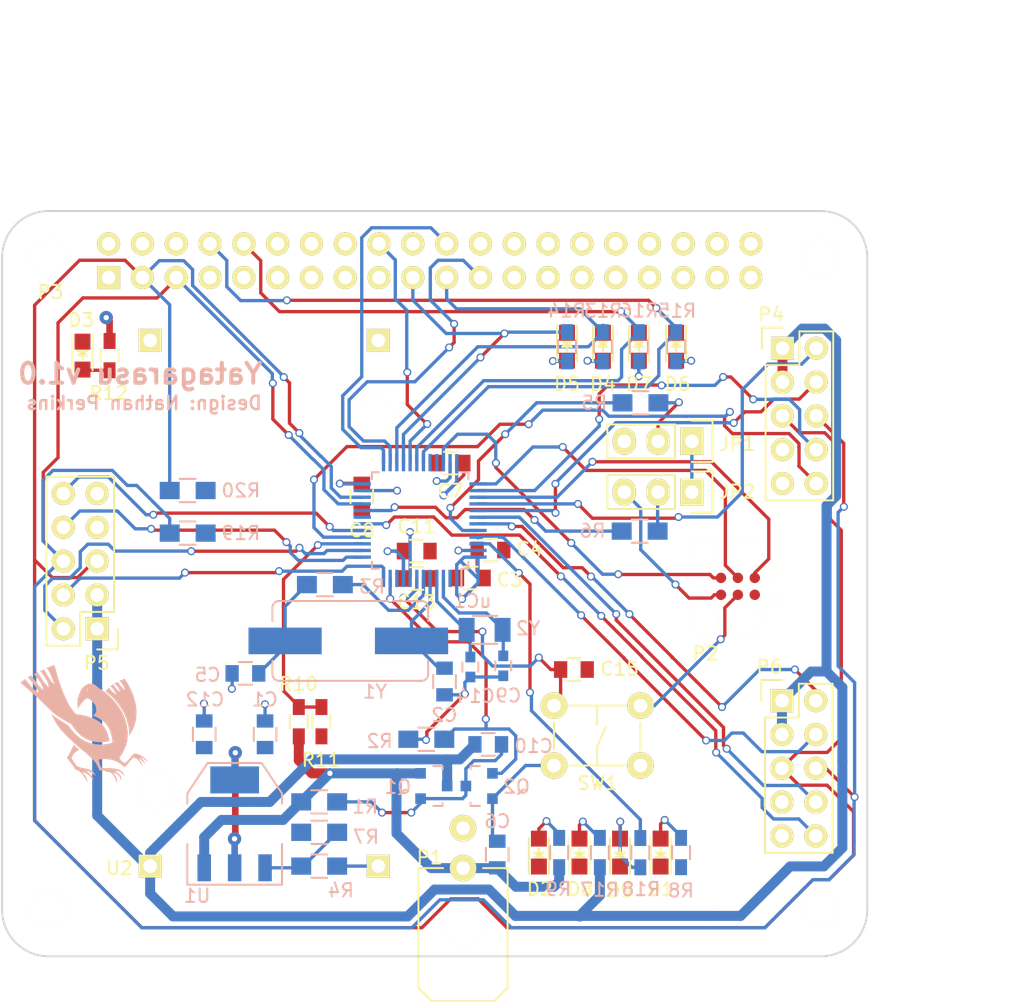
<source format=kicad_pcb>
(kicad_pcb (version 4) (host pcbnew 0.201603171416+6624~43~ubuntu15.10.1-product)
  (title_block (title Yatagarsu) (date 2016-03-16) (rev 1) (company EESS) (comment 1 "Last Reviewed: Nathan Perkins"))
  (layers (0 F.Cu signal) (31 B.Cu signal) (34 B.Paste user) (35 F.Paste user) (36 B.SilkS user) (37 F.SilkS user) (38 B.Mask user) (39 F.Mask user) (44 Edge.Cuts user))
  (net 0 "")
  (net 1 +12V)
  (net 2 GND)
  (net 3 /3V3)
  (net 4 /OSC_IN)
  (net 5 /OSC32_IN)
  (net 6 /Buck_In)
  (net 7 /OSC32_OUT)
  (net 8 /NRST)
  (net 9 "Net-(D1-Pad2)")
  (net 10 "Net-(D2-Pad2)")
  (net 11 "Net-(D3-Pad2)")
  (net 12 "Net-(D4-Pad2)")
  (net 13 "Net-(D5-Pad2)")
  (net 14 "Net-(D6-Pad2)")
  (net 15 "Net-(D7-Pad2)")
  (net 16 "Net-(D8-Pad2)")
  (net 17 "Net-(D9-Pad2)")
  (net 18 "Net-(JP1-Pad2)")
  (net 19 "Net-(JP2-Pad2)")
  (net 20 /SWDIO)
  (net 21 /SWCLK)
  (net 22 /SWO)
  (net 23 /USART_CLK)
  (net 24 /USART_RX)
  (net 25 /USART_TX)
  (net 26 /SPI_SS)
  (net 27 /SPI_CLK)
  (net 28 /SPI_MOSI)
  (net 29 /SPI_MISO)
  (net 30 /I2C_SCL)
  (net 31 /I2C_SDA)
  (net 32 /5V)
  (net 33 /S_IO2)
  (net 34 /S_IO3)
  (net 35 /S_IO5)
  (net 36 /Step_PWM_1)
  (net 37 /Direction_1)
  (net 38 /nFault_1)
  (net 39 /ResSleep_1)
  (net 40 /Step_PWM_2)
  (net 41 /Direction_2)
  (net 42 /nFault_2)
  (net 43 /ResSleep_2)
  (net 44 /Step_PWM_3)
  (net 45 /Direction_3)
  (net 46 /nFault_3)
  (net 47 /ResSleep_3)
  (net 48 /Power_Control)
  (net 49 /BOOT0)
  (net 50 /BOOT1)
  (net 51 /OSC_OUT)
  (net 52 /Battery_Check)
  (net 53 /LowBat)
  (net 54 "Net-(uC1-Pad2)")
  (net 55 "Net-(uC1-Pad10)")
  (net 56 "Net-(uC1-Pad19)")
  (net 57 "Net-(uC1-Pad32)")
  (net 58 "Net-(uC1-Pad33)")
  (net 59 "Net-(C5-Pad1)")
  (net 60 "Net-(C10-Pad2)")
  (net 61 "Net-(P3-Pad1)")
  (net 62 "Net-(P3-Pad7)")
  (net 63 "Net-(P3-Pad11)")
  (net 64 "Net-(P3-Pad13)")
  (net 65 "Net-(P3-Pad15)")
  (net 66 "Net-(P3-Pad17)")
  (net 67 "Net-(P3-Pad24)")
  (net 68 "Net-(P3-Pad26)")
  (net 69 "Net-(P3-Pad27)")
  (net 70 "Net-(P3-Pad28)")
  (net 71 "Net-(P3-Pad29)")
  (net 72 "Net-(P3-Pad31)")
  (net 73 "Net-(P3-Pad32)")
  (net 74 "Net-(P3-Pad33)")
  (net 75 "Net-(P3-Pad35)")
  (net 76 "Net-(P3-Pad36)")
  (net 77 "Net-(P3-Pad37)")
  (net 78 "Net-(P3-Pad38)")
  (net 79 "Net-(P3-Pad40)")
  (net 80 "Net-(R4-Pad1)")
  (module NPFootprints:Raspberry_Pi_A+ (layer F.Cu) (at 60.96 88.9)
    (fp_text reference P3 (at 0.14 2.6) (layer F.SilkS))
    (fp_text value "Raspberry Pi A+ Connectors")
    (pad "" np_thru_hole circle (at 0 0) (size 2.75 2.75) (drill 2.75) (layers *.Cu *.Mask F.SilkS))
    (pad "" np_thru_hole circle (at 58 0) (size 2.75 2.75) (drill 2.75) (layers *.Cu *.Mask F.SilkS))
    (pad "" np_thru_hole circle (at 0 49) (size 2.75 2.75) (drill 2.75) (layers *.Cu *.Mask F.SilkS))
    (pad "" np_thru_hole circle (at 58 49) (size 2.75 2.75) (drill 2.75) (layers *.Cu *.Mask F.SilkS))
    (pad 1 thru_hole rect (at 4.5 1.5) (size 1.7272 1.7272) (drill 1.016) (layers *.Cu *.Mask F.SilkS) (net 61 "Net-(P3-Pad1)"))
    (pad 2 thru_hole circle (at 4.5 -1.04) (size 1.7272 1.7272) (drill 1.016) (layers *.Cu *.Mask F.SilkS) (net 32 /5V))
    (pad 3 thru_hole circle (at 7.04 1.5) (size 1.7272 1.7272) (drill 1.016) (layers *.Cu *.Mask F.SilkS) (net 31 /I2C_SDA))
    (pad 4 thru_hole circle (at 7.04 -1.04) (size 1.7272 1.7272) (drill 1.016) (layers *.Cu *.Mask F.SilkS) (net 32 /5V))
    (pad 5 thru_hole circle (at 9.58 1.5) (size 1.7272 1.7272) (drill 1.016) (layers *.Cu *.Mask F.SilkS) (net 30 /I2C_SCL))
    (pad 6 thru_hole circle (at 9.58 -1.04) (size 1.7272 1.7272) (drill 1.016) (layers *.Cu *.Mask F.SilkS) (net 2 GND))
    (pad 7 thru_hole circle (at 12.12 1.5) (size 1.7272 1.7272) (drill 1.016) (layers *.Cu *.Mask F.SilkS) (net 62 "Net-(P3-Pad7)"))
    (pad 8 thru_hole circle (at 12.12 -1.04) (size 1.7272 1.7272) (drill 1.016) (layers *.Cu *.Mask F.SilkS) (net 25 /USART_TX))
    (pad 9 thru_hole circle (at 14.66 1.5) (size 1.7272 1.7272) (drill 1.016) (layers *.Cu *.Mask F.SilkS) (net 2 GND))
    (pad 10 thru_hole circle (at 14.66 -1.04) (size 1.7272 1.7272) (drill 1.016) (layers *.Cu *.Mask F.SilkS) (net 24 /USART_RX))
    (pad 11 thru_hole circle (at 17.2 1.5) (size 1.7272 1.7272) (drill 1.016) (layers *.Cu *.Mask F.SilkS) (net 63 "Net-(P3-Pad11)"))
    (pad 12 thru_hole circle (at 17.2 -1.04) (size 1.7272 1.7272) (drill 1.016) (layers *.Cu *.Mask F.SilkS) (net 33 /S_IO2))
    (pad 13 thru_hole circle (at 19.74 1.5) (size 1.7272 1.7272) (drill 1.016) (layers *.Cu *.Mask F.SilkS) (net 64 "Net-(P3-Pad13)"))
    (pad 14 thru_hole circle (at 19.74 -1.04) (size 1.7272 1.7272) (drill 1.016) (layers *.Cu *.Mask F.SilkS) (net 34 /S_IO3))
    (pad 15 thru_hole circle (at 22.28 1.5) (size 1.7272 1.7272) (drill 1.016) (layers *.Cu *.Mask F.SilkS) (net 65 "Net-(P3-Pad15)"))
    (pad 16 thru_hole circle (at 22.28 -1.04) (size 1.7272 1.7272) (drill 1.016) (layers *.Cu *.Mask F.SilkS) (net 35 /S_IO5))
    (pad 17 thru_hole circle (at 24.82 1.5) (size 1.7272 1.7272) (drill 1.016) (layers *.Cu *.Mask F.SilkS) (net 66 "Net-(P3-Pad17)"))
    (pad 18 thru_hole circle (at 24.82 -1.04) (size 1.7272 1.7272) (drill 1.016) (layers *.Cu *.Mask F.SilkS) (net 23 /USART_CLK))
    (pad 19 thru_hole circle (at 27.36 1.5) (size 1.7272 1.7272) (drill 1.016) (layers *.Cu *.Mask F.SilkS) (net 28 /SPI_MOSI))
    (pad 20 thru_hole circle (at 27.36 -1.04) (size 1.7272 1.7272) (drill 1.016) (layers *.Cu *.Mask F.SilkS) (net 2 GND))
    (pad 21 thru_hole circle (at 29.9 1.5) (size 1.7272 1.7272) (drill 1.016) (layers *.Cu *.Mask F.SilkS) (net 29 /SPI_MISO))
    (pad 22 thru_hole circle (at 29.9 -1.04) (size 1.7272 1.7272) (drill 1.016) (layers *.Cu *.Mask F.SilkS) (net 26 /SPI_SS))
    (pad 23 thru_hole circle (at 32.44 1.5) (size 1.7272 1.7272) (drill 1.016) (layers *.Cu *.Mask F.SilkS) (net 27 /SPI_CLK))
    (pad 24 thru_hole circle (at 32.44 -1.04) (size 1.7272 1.7272) (drill 1.016) (layers *.Cu *.Mask F.SilkS) (net 67 "Net-(P3-Pad24)"))
    (pad 25 thru_hole circle (at 34.98 1.5) (size 1.7272 1.7272) (drill 1.016) (layers *.Cu *.Mask F.SilkS) (net 2 GND))
    (pad 26 thru_hole circle (at 34.98 -1.04) (size 1.7272 1.7272) (drill 1.016) (layers *.Cu *.Mask F.SilkS) (net 68 "Net-(P3-Pad26)"))
    (pad 27 thru_hole circle (at 37.52 1.5) (size 1.7272 1.7272) (drill 1.016) (layers *.Cu *.Mask F.SilkS) (net 69 "Net-(P3-Pad27)"))
    (pad 28 thru_hole circle (at 37.52 -1.04) (size 1.7272 1.7272) (drill 1.016) (layers *.Cu *.Mask F.SilkS) (net 70 "Net-(P3-Pad28)"))
    (pad 29 thru_hole circle (at 40.06 1.5) (size 1.7272 1.7272) (drill 1.016) (layers *.Cu *.Mask F.SilkS) (net 71 "Net-(P3-Pad29)"))
    (pad 30 thru_hole circle (at 40.06 -1.04) (size 1.7272 1.7272) (drill 1.016) (layers *.Cu *.Mask F.SilkS) (net 2 GND))
    (pad 31 thru_hole circle (at 42.6 1.5) (size 1.7272 1.7272) (drill 1.016) (layers *.Cu *.Mask F.SilkS) (net 72 "Net-(P3-Pad31)"))
    (pad 32 thru_hole circle (at 42.6 -1.04) (size 1.7272 1.7272) (drill 1.016) (layers *.Cu *.Mask F.SilkS) (net 73 "Net-(P3-Pad32)"))
    (pad 33 thru_hole circle (at 45.14 1.5) (size 1.7272 1.7272) (drill 1.016) (layers *.Cu *.Mask F.SilkS) (net 74 "Net-(P3-Pad33)"))
    (pad 34 thru_hole circle (at 45.14 -1.04) (size 1.7272 1.7272) (drill 1.016) (layers *.Cu *.Mask F.SilkS) (net 2 GND))
    (pad 35 thru_hole circle (at 47.68 1.5) (size 1.7272 1.7272) (drill 1.016) (layers *.Cu *.Mask F.SilkS) (net 75 "Net-(P3-Pad35)"))
    (pad 36 thru_hole circle (at 47.68 -1.04) (size 1.7272 1.7272) (drill 1.016) (layers *.Cu *.Mask F.SilkS) (net 76 "Net-(P3-Pad36)"))
    (pad 37 thru_hole circle (at 50.22 1.5) (size 1.7272 1.7272) (drill 1.016) (layers *.Cu *.Mask F.SilkS) (net 77 "Net-(P3-Pad37)"))
    (pad 38 thru_hole circle (at 50.22 -1.04) (size 1.7272 1.7272) (drill 1.016) (layers *.Cu *.Mask F.SilkS) (net 78 "Net-(P3-Pad38)"))
    (pad 39 thru_hole circle (at 52.76 1.5) (size 1.7272 1.7272) (drill 1.016) (layers *.Cu *.Mask F.SilkS) (net 2 GND))
    (pad 40 thru_hole circle (at 52.76 -1.04) (size 1.7272 1.7272) (drill 1.016) (layers *.Cu *.Mask F.SilkS) (net 79 "Net-(P3-Pad40)"))
  )
  (module Capacitors_SMD:C_0805 (layer B.Cu) (at 94.66 133.75 90)
    (fp_text reference C6 (at 2.5 0.01 180) (layer B.SilkS) (effects (justify mirror)))
    (fp_text value 1uF)
    (pad 1 smd rect (at -1 0 90) (size 1 1.25) (layers B.Cu B.Paste B.Mask) (net 1 +12V))
    (pad 2 smd rect (at 1 0 90) (size 1 1.25) (layers B.Cu B.Paste B.Mask) (net 2 GND))
  )
  (module Capacitors_SMD:C_0805 (layer B.Cu) (at 72.644 124.714 90)
    (fp_text reference C12 (at 2.614 0.056 180) (layer B.SilkS) (effects (justify mirror)))
    (fp_text value 1uF)
    (pad 1 smd rect (at -1 0 90) (size 1 1.25) (layers B.Cu B.Paste B.Mask) (net 3 /3V3))
    (pad 2 smd rect (at 1 0 90) (size 1 1.25) (layers B.Cu B.Paste B.Mask) (net 2 GND))
  )
  (module Capacitors_SMD:C_0805 (layer B.Cu) (at 77.216 124.714 90)
    (fp_text reference C1 (at 2.614 -0.016 180) (layer B.SilkS) (effects (justify mirror)))
    (fp_text value 100nF)
    (pad 1 smd rect (at -1 0 90) (size 1 1.25) (layers B.Cu B.Paste B.Mask) (net 3 /3V3))
    (pad 2 smd rect (at 1 0 90) (size 1 1.25) (layers B.Cu B.Paste B.Mask) (net 2 GND))
  )
  (module Capacitors_SMD:C_0805 (layer B.Cu) (at 90.7 120.75 270)
    (fp_text reference C2 (at 2.52 0.01 360) (layer B.SilkS) (effects (justify mirror)))
    (fp_text value 22pF)
    (pad 1 smd rect (at -1 0 270) (size 1 1.25) (layers B.Cu B.Paste B.Mask) (net 4 /OSC_IN))
    (pad 2 smd rect (at 1 0 270) (size 1 1.25) (layers B.Cu B.Paste B.Mask) (net 2 GND))
  )
  (module Capacitors_SMD:C_0805 (layer F.Cu) (at 92.675 112.973 180)
    (fp_text reference C3 (at -2.925 -0.127 180) (layer F.SilkS))
    (fp_text value 100nF)
    (pad 1 smd rect (at -1 0 180) (size 1 1.25) (layers F.Cu F.Paste F.Mask) (net 3 /3V3))
    (pad 2 smd rect (at 1 0 180) (size 1 1.25) (layers F.Cu F.Paste F.Mask) (net 2 GND))
  )
  (module Capacitors_SMD:C_0805 (layer F.Cu) (at 94.15 110.87)
    (fp_text reference C4 (at 2.95 -0.07) (layer F.SilkS))
    (fp_text value 100nF)
    (pad 1 smd rect (at -1 0) (size 1 1.25) (layers F.Cu F.Paste F.Mask) (net 3 /3V3))
    (pad 2 smd rect (at 1 0) (size 1 1.25) (layers F.Cu F.Paste F.Mask) (net 2 GND))
  )
  (module Capacitors_SMD:C_0805 (layer B.Cu) (at 75.74 120.14 180)
    (fp_text reference C5 (at 2.84 -0.11 180) (layer B.SilkS) (effects (justify mirror)))
    (fp_text value 22pF)
    (pad 1 smd rect (at -1 0 180) (size 1 1.25) (layers B.Cu B.Paste B.Mask) (net 59 "Net-(C5-Pad1)"))
    (pad 2 smd rect (at 1 0 180) (size 1 1.25) (layers B.Cu B.Paste B.Mask) (net 2 GND))
  )
  (module Capacitors_SMD:C_0805 (layer F.Cu) (at 91.151 104.337 180)
    (fp_text reference C7 (at 0 -2.1 180) (layer F.SilkS))
    (fp_text value 100nF)
    (pad 1 smd rect (at -1 0 180) (size 1 1.25) (layers F.Cu F.Paste F.Mask) (net 3 /3V3))
    (pad 2 smd rect (at 1 0 180) (size 1 1.25) (layers F.Cu F.Paste F.Mask) (net 2 GND))
  )
  (module Capacitors_SMD:C_0805 (layer F.Cu) (at 84.48 106.86 270)
    (fp_text reference C8 (at 2.54 -0.02 360) (layer F.SilkS))
    (fp_text value 10uF)
    (pad 1 smd rect (at -1 0 270) (size 1 1.25) (layers F.Cu F.Paste F.Mask) (net 3 /3V3))
    (pad 2 smd rect (at 1 0 270) (size 1 1.25) (layers F.Cu F.Paste F.Mask) (net 2 GND))
  )
  (module Capacitors_SMD:C_0805 (layer B.Cu) (at 93.98 125.476)
    (fp_text reference C10 (at 3.41 0.124) (layer B.SilkS) (effects (justify mirror)))
    (fp_text value 1nF)
    (pad 1 smd rect (at -1 0) (size 1 1.25) (layers B.Cu B.Paste B.Mask) (net 6 /Buck_In))
    (pad 2 smd rect (at 1 0) (size 1 1.25) (layers B.Cu B.Paste B.Mask) (net 60 "Net-(C10-Pad2)"))
  )
  (module Capacitors_SMD:C_0805 (layer F.Cu) (at 88.61 110.95)
    (fp_text reference C11 (at -0.01 -1.85) (layer F.SilkS))
    (fp_text value 100nF)
    (pad 1 smd rect (at -1 0) (size 1 1.25) (layers F.Cu F.Paste F.Mask) (net 3 /3V3))
    (pad 2 smd rect (at 1 0) (size 1 1.25) (layers F.Cu F.Paste F.Mask) (net 2 GND))
  )
  (module Capacitors_SMD:C_0805 (layer F.Cu) (at 88.61 113.01)
    (fp_text reference C13 (at -0.01 1.79) (layer F.SilkS))
    (fp_text value 1uF)
    (pad 1 smd rect (at -1 0) (size 1 1.25) (layers F.Cu F.Paste F.Mask) (net 3 /3V3))
    (pad 2 smd rect (at 1 0) (size 1 1.25) (layers F.Cu F.Paste F.Mask) (net 2 GND))
  )
  (module Capacitors_SMD:C_0805 (layer F.Cu) (at 100.42 119.85)
    (fp_text reference C15 (at 3.43 -0.05) (layer F.SilkS))
    (fp_text value 100nF)
    (pad 1 smd rect (at -1 0) (size 1 1.25) (layers F.Cu F.Paste F.Mask) (net 8 /NRST))
    (pad 2 smd rect (at 1 0) (size 1 1.25) (layers F.Cu F.Paste F.Mask) (net 2 GND))
  )
  (module LEDs:LED_0805 (layer F.Cu) (at 106.934 133.604 90)
    (fp_text reference D1 (at -2.746 0.016 180) (layer F.SilkS))
    (fp_text value LED)
    (pad 2 smd rect (at 1.04902 0 270) (size 1.19888 1.19888) (layers F.Cu F.Paste F.Mask) (net 9 "Net-(D1-Pad2)"))
    (pad 1 smd rect (at -1.04902 0 270) (size 1.19888 1.19888) (layers F.Cu F.Paste F.Mask) (net 2 GND))
  )
  (module LEDs:LED_0805 (layer F.Cu) (at 97.79 133.604 90)
    (fp_text reference D2 (at -2.746 0.06 180) (layer F.SilkS))
    (fp_text value LED)
    (pad 2 smd rect (at 1.04902 0 270) (size 1.19888 1.19888) (layers F.Cu F.Paste F.Mask) (net 10 "Net-(D2-Pad2)"))
    (pad 1 smd rect (at -1.04902 0 270) (size 1.19888 1.19888) (layers F.Cu F.Paste F.Mask) (net 2 GND))
  )
  (module LEDs:LED_0805 (layer F.Cu) (at 63.5 96.266 270)
    (fp_text reference D3 (at -2.666 0.1 360) (layer F.SilkS))
    (fp_text value LED)
    (pad 2 smd rect (at 1.04902 0 90) (size 1.19888 1.19888) (layers F.Cu F.Paste F.Mask) (net 11 "Net-(D3-Pad2)"))
    (pad 1 smd rect (at -1.04902 0 90) (size 1.19888 1.19888) (layers F.Cu F.Paste F.Mask) (net 2 GND))
  )
  (module LEDs:LED_0805 (layer F.Cu) (at 102.6 95.6 270)
    (fp_text reference D4 (at 2.8 0 360) (layer F.SilkS))
    (fp_text value LED)
    (pad 2 smd rect (at 1.04902 0 90) (size 1.19888 1.19888) (layers F.Cu F.Paste F.Mask) (net 12 "Net-(D4-Pad2)"))
    (pad 1 smd rect (at -1.04902 0 90) (size 1.19888 1.19888) (layers F.Cu F.Paste F.Mask) (net 2 GND))
  )
  (module LEDs:LED_0805 (layer F.Cu) (at 99.9 95.6 270)
    (fp_text reference D5 (at 2.8 0 360) (layer F.SilkS))
    (fp_text value LED)
    (pad 2 smd rect (at 1.04902 0 90) (size 1.19888 1.19888) (layers F.Cu F.Paste F.Mask) (net 13 "Net-(D5-Pad2)"))
    (pad 1 smd rect (at -1.04902 0 90) (size 1.19888 1.19888) (layers F.Cu F.Paste F.Mask) (net 2 GND))
  )
  (module LEDs:LED_0805 (layer F.Cu) (at 108.1 95.6 270)
    (fp_text reference D6 (at 2.8 -0.1 360) (layer F.SilkS))
    (fp_text value LED)
    (pad 2 smd rect (at 1.04902 0 90) (size 1.19888 1.19888) (layers F.Cu F.Paste F.Mask) (net 14 "Net-(D6-Pad2)"))
    (pad 1 smd rect (at -1.04902 0 90) (size 1.19888 1.19888) (layers F.Cu F.Paste F.Mask) (net 2 GND))
  )
  (module LEDs:LED_0805 (layer F.Cu) (at 105.3 95.6 270)
    (fp_text reference D7 (at 2.8 0 360) (layer F.SilkS))
    (fp_text value LED)
    (pad 2 smd rect (at 1.04902 0 90) (size 1.19888 1.19888) (layers F.Cu F.Paste F.Mask) (net 15 "Net-(D7-Pad2)"))
    (pad 1 smd rect (at -1.04902 0 90) (size 1.19888 1.19888) (layers F.Cu F.Paste F.Mask) (net 2 GND))
  )
  (module LEDs:LED_0805 (layer F.Cu) (at 100.838 133.604 90)
    (fp_text reference D8 (at -2.746 0.062 180) (layer F.SilkS))
    (fp_text value LED)
    (pad 2 smd rect (at 1.04902 0 270) (size 1.19888 1.19888) (layers F.Cu F.Paste F.Mask) (net 16 "Net-(D8-Pad2)"))
    (pad 1 smd rect (at -1.04902 0 270) (size 1.19888 1.19888) (layers F.Cu F.Paste F.Mask) (net 2 GND))
  )
  (module LEDs:LED_0805 (layer F.Cu) (at 103.886 133.604 90)
    (fp_text reference D9 (at -2.846 0.014 180) (layer F.SilkS))
    (fp_text value LED)
    (pad 2 smd rect (at 1.04902 0 270) (size 1.19888 1.19888) (layers F.Cu F.Paste F.Mask) (net 17 "Net-(D9-Pad2)"))
    (pad 1 smd rect (at -1.04902 0 270) (size 1.19888 1.19888) (layers F.Cu F.Paste F.Mask) (net 2 GND))
  )
  (module Pin_Headers:Pin_Header_Straight_1x03 (layer F.Cu) (at 109.282 102.706 270)
    (fp_text reference JP1 (at 0.194 -3.418 360) (layer F.SilkS))
    (fp_text value BOOT0)
    (pad 1 thru_hole rect (at 0 0 270) (size 2.032 1.7272) (drill 1.016) (layers *.Cu *.Mask F.SilkS) (net 2 GND))
    (pad 2 thru_hole oval (at 0 2.54 270) (size 2.032 1.7272) (drill 1.016) (layers *.Cu *.Mask F.SilkS) (net 18 "Net-(JP1-Pad2)"))
    (pad 3 thru_hole oval (at 0 5.08 270) (size 2.032 1.7272) (drill 1.016) (layers *.Cu *.Mask F.SilkS) (net 3 /3V3))
  )
  (module Pin_Headers:Pin_Header_Straight_1x03 (layer F.Cu) (at 109.282 106.516 270)
    (fp_text reference JP2 (at -0.016 -3.418 360) (layer F.SilkS))
    (fp_text value BOOT1)
    (pad 1 thru_hole rect (at 0 0 270) (size 2.032 1.7272) (drill 1.016) (layers *.Cu *.Mask F.SilkS) (net 2 GND))
    (pad 2 thru_hole oval (at 0 2.54 270) (size 2.032 1.7272) (drill 1.016) (layers *.Cu *.Mask F.SilkS) (net 19 "Net-(JP2-Pad2)"))
    (pad 3 thru_hole oval (at 0 5.08 270) (size 2.032 1.7272) (drill 1.016) (layers *.Cu *.Mask F.SilkS) (net 3 /3V3))
  )
  (module NPFootprints:Tag-Connect_6P_Leads (layer F.Cu) (at 110.2 113.6)
    (fp_text reference P2 (at 0.1 5.05) (layer F.SilkS))
    (fp_text value SWD)
    (pad "" np_thru_hole circle (at 0 0) (size 0.991 0.991) (drill 0.991) (layers *.Cu *.Mask F.SilkS))
    (pad 2 smd circle (at 1.27 -0.635) (size 0.787 0.787) (layers F.Cu F.Paste F.Mask) (net 20 /SWDIO))
    (pad 1 smd circle (at 1.27 0.635) (size 0.787 0.787) (layers F.Cu F.Paste F.Mask) (net 3 /3V3))
    (pad 4 smd circle (at 2.54 -0.635) (size 0.787 0.787) (layers F.Cu F.Paste F.Mask) (net 21 /SWCLK))
    (pad 3 smd circle (at 2.54 0.635) (size 0.787 0.787) (layers F.Cu F.Paste F.Mask) (net 8 /NRST))
    (pad 5 smd circle (at 3.81 0.635) (size 0.787 0.787) (layers F.Cu F.Paste F.Mask) (net 2 GND))
    (pad 6 smd circle (at 3.81 -0.635) (size 0.787 0.787) (layers F.Cu F.Paste F.Mask) (net 22 /SWO))
    (pad "" np_thru_hole circle (at 5.08 -1.016) (size 0.991 0.991) (drill 0.991) (layers *.Cu *.Mask F.SilkS))
    (pad "" np_thru_hole circle (at 5.08 1.016) (size 0.991 0.991) (drill 0.991) (layers *.Cu *.Mask F.SilkS))
    (pad "" np_thru_hole circle (at 0 -2.54) (size 2.375 2.375) (drill 2.375) (layers *.Cu *.Mask F.SilkS))
    (pad "" np_thru_hole circle (at 3.175 -2.54) (size 2.375 2.375) (drill 2.375) (layers *.Cu *.Mask F.SilkS))
    (pad "" np_thru_hole circle (at 0 2.54) (size 2.375 2.375) (drill 2.375) (layers *.Cu *.Mask F.SilkS))
    (pad "" np_thru_hole circle (at 3.175 2.54) (size 2.375 2.375) (drill 2.375) (layers *.Cu *.Mask F.SilkS))
  )
  (module TO_SOT_Packages_SMD:SOT-23 (layer B.Cu) (at 93.3 128.6 270)
    (fp_text reference Q1 (at 0.07 6.11 360) (layer B.SilkS) (effects (justify mirror)))
    (fp_text value 2N7002)
    (pad 1 smd rect (at -0.95 -1.00076 270) (size 0.8001 0.8001) (layers B.Cu B.Paste B.Mask) (net 48 /Power_Control))
    (pad 2 smd rect (at 0.95 -1.00076 270) (size 0.8001 0.8001) (layers B.Cu B.Paste B.Mask) (net 2 GND))
    (pad 3 smd rect (at 0 0.99822 270) (size 0.8001 0.8001) (layers B.Cu B.Paste B.Mask) (net 60 "Net-(C10-Pad2)"))
  )
  (module TO_SOT_Packages_SMD:SOT-23 (layer B.Cu) (at 89.9 128.6 90)
    (fp_text reference Q2 (at -0.05 6.21 180) (layer B.SilkS) (effects (justify mirror)))
    (fp_text value Si2343CDS)
    (pad 1 smd rect (at -0.95 -1.00076 90) (size 0.8001 0.8001) (layers B.Cu B.Paste B.Mask) (net 60 "Net-(C10-Pad2)"))
    (pad 2 smd rect (at 0.95 -1.00076 90) (size 0.8001 0.8001) (layers B.Cu B.Paste B.Mask) (net 1 +12V))
    (pad 3 smd rect (at 0 0.99822 90) (size 0.8001 0.8001) (layers B.Cu B.Paste B.Mask) (net 6 /Buck_In))
  )
  (module Resistors_SMD:R_0805_HandSoldering (layer B.Cu) (at 89.33 125.09 180)
    (fp_text reference R2 (at 3.5 -0.14 180) (layer B.SilkS) (effects (justify mirror)))
    (fp_text value 10K)
    (pad 1 smd rect (at -1.35 0 180) (size 1.5 1.3) (layers B.Cu B.Paste B.Mask) (net 48 /Power_Control))
    (pad 2 smd rect (at 1.35 0 180) (size 1.5 1.3) (layers B.Cu B.Paste B.Mask) (net 2 GND))
  )
  (module Resistors_SMD:R_0805_HandSoldering (layer B.Cu) (at 81.28 129.794)
    (fp_text reference R1 (at 3.45 0.356) (layer B.SilkS) (effects (justify mirror)))
    (fp_text value 10K)
    (pad 1 smd rect (at -1.35 0) (size 1.5 1.3) (layers B.Cu B.Paste B.Mask) (net 1 +12V))
    (pad 2 smd rect (at 1.35 0) (size 1.5 1.3) (layers B.Cu B.Paste B.Mask) (net 60 "Net-(C10-Pad2)"))
  )
  (module Resistors_SMD:R_0805_HandSoldering (layer B.Cu) (at 105.42 99.81 180)
    (fp_text reference R5 (at 3.47 0 180) (layer B.SilkS) (effects (justify mirror)))
    (fp_text value 10K)
    (pad 1 smd rect (at -1.35 0 180) (size 1.5 1.3) (layers B.Cu B.Paste B.Mask) (net 18 "Net-(JP1-Pad2)"))
    (pad 2 smd rect (at 1.35 0 180) (size 1.5 1.3) (layers B.Cu B.Paste B.Mask) (net 49 /BOOT0))
  )
  (module Resistors_SMD:R_0805_HandSoldering (layer B.Cu) (at 105.36 109.45 180)
    (fp_text reference R6 (at 3.535 0.025 180) (layer B.SilkS) (effects (justify mirror)))
    (fp_text value 10K)
    (pad 1 smd rect (at -1.35 0 180) (size 1.5 1.3) (layers B.Cu B.Paste B.Mask) (net 19 "Net-(JP2-Pad2)"))
    (pad 2 smd rect (at 1.35 0 180) (size 1.5 1.3) (layers B.Cu B.Paste B.Mask) (net 50 /BOOT1))
  )
  (module Resistors_SMD:R_0805_HandSoldering (layer B.Cu) (at 81.71 113.47 180)
    (fp_text reference R3 (at -3.54 -0.15 180) (layer B.SilkS) (effects (justify mirror)))
    (fp_text value 910)
    (pad 1 smd rect (at -1.35 0 180) (size 1.5 1.3) (layers B.Cu B.Paste B.Mask) (net 51 /OSC_OUT))
    (pad 2 smd rect (at 1.35 0 180) (size 1.5 1.3) (layers B.Cu B.Paste B.Mask) (net 59 "Net-(C5-Pad1)"))
  )
  (module Resistors_SMD:R_0805_HandSoldering (layer B.Cu) (at 71.4 106.4 180)
    (fp_text reference R20 (at -4 0 180) (layer B.SilkS) (effects (justify mirror)))
    (fp_text value R_I2C)
    (pad 1 smd rect (at -1.35 0 180) (size 1.5 1.3) (layers B.Cu B.Paste B.Mask) (net 3 /3V3))
    (pad 2 smd rect (at 1.35 0 180) (size 1.5 1.3) (layers B.Cu B.Paste B.Mask) (net 31 /I2C_SDA))
  )
  (module Resistors_SMD:R_0805_HandSoldering (layer B.Cu) (at 71.4 109.6 180)
    (fp_text reference R19 (at -4 0 180) (layer B.SilkS) (effects (justify mirror)))
    (fp_text value R_I2C)
    (pad 1 smd rect (at -1.35 0 180) (size 1.5 1.3) (layers B.Cu B.Paste B.Mask) (net 3 /3V3))
    (pad 2 smd rect (at 1.35 0 180) (size 1.5 1.3) (layers B.Cu B.Paste B.Mask) (net 30 /I2C_SCL))
  )
  (module NPFootprints:Seeedstudio_5V_Buck (layer F.Cu) (at 68.58 134.62 90)
    (fp_text reference U2 (at -0.16 -2.31 180) (layer F.SilkS))
    (fp_text value Seeedstudio_Buck_5v)
    (pad 1 thru_hole rect (at 0 0 90) (size 1.7272 1.7272) (drill 1.016) (layers *.Cu *.Mask F.SilkS) (net 6 /Buck_In))
    (pad "" np_thru_hole circle (at 5.715 0.381 90) (size 2.75 2.75) (drill 2.75) (layers *.Cu *.Mask F.SilkS))
    (pad "" np_thru_hole circle (at 33.782 16.891 90) (size 2.75 2.75) (drill 2.75) (layers *.Cu *.Mask F.SilkS))
    (pad 2 thru_hole rect (at 0 17.145 90) (size 1.7272 1.7272) (drill 1.016) (layers *.Cu *.Mask F.SilkS) (net 2 GND))
    (pad 3 thru_hole rect (at 39.497 0 90) (size 1.7272 1.7272) (drill 1.016) (layers *.Cu *.Mask F.SilkS) (net 32 /5V))
    (pad 4 thru_hole rect (at 39.497 17.145 90) (size 1.7272 1.7272) (drill 1.016) (layers *.Cu *.Mask F.SilkS) (net 2 GND))
  )
  (module Housings_QFP:LQFP-48_7x7mm_Pitch0.5mm (layer B.Cu) (at 88.865 108.655 90)
    (fp_text reference uC1 (at -6.045 3.935 180) (layer B.SilkS) (effects (justify mirror)))
    (fp_text value STM32F103CBT6)
    (pad 1 smd rect (at -4.35 2.75 90) (size 1.3 0.25) (layers B.Cu B.Paste B.Mask) (net 3 /3V3))
    (pad 2 smd rect (at -4.35 2.25 90) (size 1.3 0.25) (layers B.Cu B.Paste B.Mask) (net 54 "Net-(uC1-Pad2)"))
    (pad 3 smd rect (at -4.35 1.75 90) (size 1.3 0.25) (layers B.Cu B.Paste B.Mask) (net 5 /OSC32_IN))
    (pad 4 smd rect (at -4.35 1.25 90) (size 1.3 0.25) (layers B.Cu B.Paste B.Mask) (net 7 /OSC32_OUT))
    (pad 5 smd rect (at -4.35 0.75 90) (size 1.3 0.25) (layers B.Cu B.Paste B.Mask) (net 4 /OSC_IN))
    (pad 6 smd rect (at -4.35 0.25 90) (size 1.3 0.25) (layers B.Cu B.Paste B.Mask) (net 51 /OSC_OUT))
    (pad 7 smd rect (at -4.35 -0.25 90) (size 1.3 0.25) (layers B.Cu B.Paste B.Mask) (net 8 /NRST))
    (pad 8 smd rect (at -4.35 -0.75 90) (size 1.3 0.25) (layers B.Cu B.Paste B.Mask) (net 2 GND))
    (pad 9 smd rect (at -4.35 -1.25 90) (size 1.3 0.25) (layers B.Cu B.Paste B.Mask) (net 3 /3V3))
    (pad 10 smd rect (at -4.35 -1.75 90) (size 1.3 0.25) (layers B.Cu B.Paste B.Mask) (net 55 "Net-(uC1-Pad10)"))
    (pad 11 smd rect (at -4.35 -2.25 90) (size 1.3 0.25) (layers B.Cu B.Paste B.Mask) (net 48 /Power_Control))
    (pad 12 smd rect (at -4.35 -2.75 90) (size 1.3 0.25) (layers B.Cu B.Paste B.Mask) (net 42 /nFault_2))
    (pad 13 smd rect (at -2.75 -4.35) (size 1.3 0.25) (layers B.Cu B.Paste B.Mask) (net 41 /Direction_2))
    (pad 14 smd rect (at -2.25 -4.35) (size 1.3 0.25) (layers B.Cu B.Paste B.Mask) (net 43 /ResSleep_2))
    (pad 15 smd rect (at -1.75 -4.35) (size 1.3 0.25) (layers B.Cu B.Paste B.Mask) (net 52 /Battery_Check))
    (pad 16 smd rect (at -1.25 -4.35) (size 1.3 0.25) (layers B.Cu B.Paste B.Mask) (net 36 /Step_PWM_1))
    (pad 17 smd rect (at -0.75 -4.35) (size 1.3 0.25) (layers B.Cu B.Paste B.Mask) (net 40 /Step_PWM_2))
    (pad 18 smd rect (at -0.25 -4.35) (size 1.3 0.25) (layers B.Cu B.Paste B.Mask) (net 44 /Step_PWM_3))
    (pad 19 smd rect (at 0.25 -4.35) (size 1.3 0.25) (layers B.Cu B.Paste B.Mask) (net 56 "Net-(uC1-Pad19)"))
    (pad 20 smd rect (at 0.75 -4.35) (size 1.3 0.25) (layers B.Cu B.Paste B.Mask) (net 50 /BOOT1))
    (pad 21 smd rect (at 1.25 -4.35) (size 1.3 0.25) (layers B.Cu B.Paste B.Mask) (net 30 /I2C_SCL))
    (pad 22 smd rect (at 1.75 -4.35) (size 1.3 0.25) (layers B.Cu B.Paste B.Mask) (net 31 /I2C_SDA))
    (pad 23 smd rect (at 2.25 -4.35) (size 1.3 0.25) (layers B.Cu B.Paste B.Mask) (net 2 GND))
    (pad 24 smd rect (at 2.75 -4.35) (size 1.3 0.25) (layers B.Cu B.Paste B.Mask) (net 3 /3V3))
    (pad 25 smd rect (at 4.35 -2.75 90) (size 1.3 0.25) (layers B.Cu B.Paste B.Mask) (net 26 /SPI_SS))
    (pad 26 smd rect (at 4.35 -2.25 90) (size 1.3 0.25) (layers B.Cu B.Paste B.Mask) (net 27 /SPI_CLK))
    (pad 27 smd rect (at 4.35 -1.75 90) (size 1.3 0.25) (layers B.Cu B.Paste B.Mask) (net 29 /SPI_MISO))
    (pad 28 smd rect (at 4.35 -1.25 90) (size 1.3 0.25) (layers B.Cu B.Paste B.Mask) (net 28 /SPI_MOSI))
    (pad 29 smd rect (at 4.35 -0.75 90) (size 1.3 0.25) (layers B.Cu B.Paste B.Mask) (net 23 /USART_CLK))
    (pad 30 smd rect (at 4.35 -0.25 90) (size 1.3 0.25) (layers B.Cu B.Paste B.Mask) (net 24 /USART_RX))
    (pad 31 smd rect (at 4.35 0.25 90) (size 1.3 0.25) (layers B.Cu B.Paste B.Mask) (net 25 /USART_TX))
    (pad 32 smd rect (at 4.35 0.75 90) (size 1.3 0.25) (layers B.Cu B.Paste B.Mask) (net 57 "Net-(uC1-Pad32)"))
    (pad 33 smd rect (at 4.35 1.25 90) (size 1.3 0.25) (layers B.Cu B.Paste B.Mask) (net 58 "Net-(uC1-Pad33)"))
    (pad 34 smd rect (at 4.35 1.75 90) (size 1.3 0.25) (layers B.Cu B.Paste B.Mask) (net 20 /SWDIO))
    (pad 35 smd rect (at 4.35 2.25 90) (size 1.3 0.25) (layers B.Cu B.Paste B.Mask) (net 2 GND))
    (pad 36 smd rect (at 4.35 2.75 90) (size 1.3 0.25) (layers B.Cu B.Paste B.Mask) (net 3 /3V3))
    (pad 37 smd rect (at 2.75 4.35) (size 1.3 0.25) (layers B.Cu B.Paste B.Mask) (net 21 /SWCLK))
    (pad 38 smd rect (at 2.25 4.35) (size 1.3 0.25) (layers B.Cu B.Paste B.Mask) (net 37 /Direction_1))
    (pad 39 smd rect (at 1.75 4.35) (size 1.3 0.25) (layers B.Cu B.Paste B.Mask) (net 22 /SWO))
    (pad 40 smd rect (at 1.25 4.35) (size 1.3 0.25) (layers B.Cu B.Paste B.Mask) (net 39 /ResSleep_1))
    (pad 41 smd rect (at 0.75 4.35) (size 1.3 0.25) (layers B.Cu B.Paste B.Mask) (net 38 /nFault_1))
    (pad 42 smd rect (at 0.25 4.35) (size 1.3 0.25) (layers B.Cu B.Paste B.Mask) (net 45 /Direction_3))
    (pad 43 smd rect (at -0.25 4.35) (size 1.3 0.25) (layers B.Cu B.Paste B.Mask) (net 47 /ResSleep_3))
    (pad 44 smd rect (at -0.75 4.35) (size 1.3 0.25) (layers B.Cu B.Paste B.Mask) (net 49 /BOOT0))
    (pad 45 smd rect (at -1.25 4.35) (size 1.3 0.25) (layers B.Cu B.Paste B.Mask) (net 46 /nFault_3))
    (pad 46 smd rect (at -1.75 4.35) (size 1.3 0.25) (layers B.Cu B.Paste B.Mask) (net 53 /LowBat))
    (pad 47 smd rect (at -2.25 4.35) (size 1.3 0.25) (layers B.Cu B.Paste B.Mask) (net 2 GND))
    (pad 48 smd rect (at -2.75 4.35) (size 1.3 0.25) (layers B.Cu B.Paste B.Mask) (net 3 /3V3))
  )
  (module Resistors_SMD:R_0805_HandSoldering (layer B.Cu) (at 81.28 132.08)
    (fp_text reference R7 (at 3.52 0.34) (layer B.SilkS) (effects (justify mirror)))
    (fp_text value 240)
    (pad 1 smd rect (at -1.35 0) (size 1.5 1.3) (layers B.Cu B.Paste B.Mask) (net 3 /3V3))
    (pad 2 smd rect (at 1.35 0) (size 1.5 1.3) (layers B.Cu B.Paste B.Mask) (net 80 "Net-(R4-Pad1)"))
  )
  (module Resistors_SMD:R_0805_HandSoldering (layer B.Cu) (at 81.28 134.62)
    (fp_text reference R4 (at 1.63 1.83) (layer B.SilkS) (effects (justify mirror)))
    (fp_text value 390)
    (pad 1 smd rect (at -1.35 0) (size 1.5 1.3) (layers B.Cu B.Paste B.Mask) (net 80 "Net-(R4-Pad1)"))
    (pad 2 smd rect (at 1.35 0) (size 1.5 1.3) (layers B.Cu B.Paste B.Mask) (net 2 GND))
  )
  (module TO_SOT_Packages_SMD:SOT-223 (layer B.Cu) (at 74.93 131.445 180)
    (fp_text reference U1 (at 2.82 -5.405 180) (layer B.SilkS) (effects (justify mirror)))
    (fp_text value LM317)
    (pad 4 smd rect (at 0 3.302 180) (size 3.6576 2.032) (layers B.Cu B.Paste B.Mask) (net 3 /3V3))
    (pad 2 smd rect (at 0 -3.302 180) (size 1.016 2.032) (layers B.Cu B.Paste B.Mask) (net 3 /3V3))
    (pad 3 smd rect (at 2.286 -3.302 180) (size 1.016 2.032) (layers B.Cu B.Paste B.Mask) (net 1 +12V))
    (pad 1 smd rect (at -2.286 -3.302 180) (size 1.016 2.032) (layers B.Cu B.Paste B.Mask) (net 80 "Net-(R4-Pad1)"))
  )
  (module Pin_Headers:Pin_Header_Straight_2x05 (layer F.Cu) (at 116.09 95.71)
    (fp_text reference P4 (at -0.84 -2.53) (layer F.SilkS))
    (fp_text value Harwin-10P)
    (pad 1 thru_hole rect (at 0 0) (size 1.7272 1.7272) (drill 1.016) (layers *.Cu *.Mask F.SilkS) (net 6 /Buck_In))
    (pad 2 thru_hole oval (at 2.54 0) (size 1.7272 1.7272) (drill 1.016) (layers *.Cu *.Mask F.SilkS) (net 39 /ResSleep_1))
    (pad 3 thru_hole oval (at 0 2.54) (size 1.7272 1.7272) (drill 1.016) (layers *.Cu *.Mask F.SilkS) (net 6 /Buck_In))
    (pad 4 thru_hole oval (at 2.54 2.54) (size 1.7272 1.7272) (drill 1.016) (layers *.Cu *.Mask F.SilkS) (net 38 /nFault_1))
    (pad 5 thru_hole oval (at 0 5.08) (size 1.7272 1.7272) (drill 1.016) (layers *.Cu *.Mask F.SilkS) (net 31 /I2C_SDA))
    (pad 6 thru_hole oval (at 2.54 5.08) (size 1.7272 1.7272) (drill 1.016) (layers *.Cu *.Mask F.SilkS) (net 30 /I2C_SCL))
    (pad 7 thru_hole oval (at 0 7.62) (size 1.7272 1.7272) (drill 1.016) (layers *.Cu *.Mask F.SilkS) (net 2 GND))
    (pad 8 thru_hole oval (at 2.54 7.62) (size 1.7272 1.7272) (drill 1.016) (layers *.Cu *.Mask F.SilkS) (net 37 /Direction_1))
    (pad 9 thru_hole oval (at 0 10.16) (size 1.7272 1.7272) (drill 1.016) (layers *.Cu *.Mask F.SilkS) (net 2 GND))
    (pad 10 thru_hole oval (at 2.54 10.16) (size 1.7272 1.7272) (drill 1.016) (layers *.Cu *.Mask F.SilkS) (net 36 /Step_PWM_1))
  )
  (module Pin_Headers:Pin_Header_Straight_2x05 (layer F.Cu) (at 64.6 116.79 180)
    (fp_text reference P5 (at 0.04 -2.57 180) (layer F.SilkS))
    (fp_text value Harwin-10P)
    (pad 1 thru_hole rect (at 0 0 180) (size 1.7272 1.7272) (drill 1.016) (layers *.Cu *.Mask F.SilkS) (net 6 /Buck_In))
    (pad 2 thru_hole oval (at 2.54 0 180) (size 1.7272 1.7272) (drill 1.016) (layers *.Cu *.Mask F.SilkS) (net 43 /ResSleep_2))
    (pad 3 thru_hole oval (at 0 2.54 180) (size 1.7272 1.7272) (drill 1.016) (layers *.Cu *.Mask F.SilkS) (net 6 /Buck_In))
    (pad 4 thru_hole oval (at 2.54 2.54 180) (size 1.7272 1.7272) (drill 1.016) (layers *.Cu *.Mask F.SilkS) (net 42 /nFault_2))
    (pad 5 thru_hole oval (at 0 5.08 180) (size 1.7272 1.7272) (drill 1.016) (layers *.Cu *.Mask F.SilkS) (net 31 /I2C_SDA))
    (pad 6 thru_hole oval (at 2.54 5.08 180) (size 1.7272 1.7272) (drill 1.016) (layers *.Cu *.Mask F.SilkS) (net 30 /I2C_SCL))
    (pad 7 thru_hole oval (at 0 7.62 180) (size 1.7272 1.7272) (drill 1.016) (layers *.Cu *.Mask F.SilkS) (net 2 GND))
    (pad 8 thru_hole oval (at 2.54 7.62 180) (size 1.7272 1.7272) (drill 1.016) (layers *.Cu *.Mask F.SilkS) (net 41 /Direction_2))
    (pad 9 thru_hole oval (at 0 10.16 180) (size 1.7272 1.7272) (drill 1.016) (layers *.Cu *.Mask F.SilkS) (net 2 GND))
    (pad 10 thru_hole oval (at 2.54 10.16 180) (size 1.7272 1.7272) (drill 1.016) (layers *.Cu *.Mask F.SilkS) (net 40 /Step_PWM_2))
  )
  (module Pin_Headers:Pin_Header_Straight_2x05 (layer F.Cu) (at 116.05 122.19)
    (fp_text reference P6 (at -0.94 -2.55) (layer F.SilkS))
    (fp_text value Harwin-10P)
    (pad 1 thru_hole rect (at 0 0) (size 1.7272 1.7272) (drill 1.016) (layers *.Cu *.Mask F.SilkS) (net 6 /Buck_In))
    (pad 2 thru_hole oval (at 2.54 0) (size 1.7272 1.7272) (drill 1.016) (layers *.Cu *.Mask F.SilkS) (net 47 /ResSleep_3))
    (pad 3 thru_hole oval (at 0 2.54) (size 1.7272 1.7272) (drill 1.016) (layers *.Cu *.Mask F.SilkS) (net 6 /Buck_In))
    (pad 4 thru_hole oval (at 2.54 2.54) (size 1.7272 1.7272) (drill 1.016) (layers *.Cu *.Mask F.SilkS) (net 46 /nFault_3))
    (pad 5 thru_hole oval (at 0 5.08) (size 1.7272 1.7272) (drill 1.016) (layers *.Cu *.Mask F.SilkS) (net 31 /I2C_SDA))
    (pad 6 thru_hole oval (at 2.54 5.08) (size 1.7272 1.7272) (drill 1.016) (layers *.Cu *.Mask F.SilkS) (net 30 /I2C_SCL))
    (pad 7 thru_hole oval (at 0 7.62) (size 1.7272 1.7272) (drill 1.016) (layers *.Cu *.Mask F.SilkS) (net 2 GND))
    (pad 8 thru_hole oval (at 2.54 7.62) (size 1.7272 1.7272) (drill 1.016) (layers *.Cu *.Mask F.SilkS) (net 45 /Direction_3))
    (pad 9 thru_hole oval (at 0 10.16) (size 1.7272 1.7272) (drill 1.016) (layers *.Cu *.Mask F.SilkS) (net 2 GND))
    (pad 10 thru_hole oval (at 2.54 10.16) (size 1.7272 1.7272) (drill 1.016) (layers *.Cu *.Mask F.SilkS) (net 44 /Step_PWM_3))
  )
  (module Capacitors_SMD:C_0603 (layer B.Cu) (at 95.11 119.57 270)
    (fp_text reference C9 (at 2.24 -0.38 360) (layer B.SilkS) (effects (justify mirror)))
    (fp_text value 4.7pF)
    (pad 1 smd rect (at -0.75 0 270) (size 0.8 0.75) (layers B.Cu B.Paste B.Mask) (net 5 /OSC32_IN))
    (pad 2 smd rect (at 0.75 0 270) (size 0.8 0.75) (layers B.Cu B.Paste B.Mask) (net 2 GND))
  )
  (module Capacitors_SMD:C_0603 (layer B.Cu) (at 92.64 119.66 270)
    (fp_text reference C14 (at 2.18 -0.39 360) (layer B.SilkS) (effects (justify mirror)))
    (fp_text value 4.7pF)
    (pad 1 smd rect (at -0.75 0 270) (size 0.8 0.75) (layers B.Cu B.Paste B.Mask) (net 7 /OSC32_OUT))
    (pad 2 smd rect (at 0.75 0 270) (size 0.8 0.75) (layers B.Cu B.Paste B.Mask) (net 2 GND))
  )
  (module NPFootprints:Molex_MicroFit_3.0_RightAngle (layer F.Cu) (at 92.09 131.77)
    (fp_text reference P1 (at -2.51 2.2) (layer F.SilkS))
    (fp_text value "Battery Input")
    (pad 1 thru_hole circle (at 0 0) (size 2 2) (drill 1.02) (layers *.Cu *.Mask F.SilkS) (net 2 GND))
    (pad 2 thru_hole circle (at 0 3) (size 2 2) (drill 1.02) (layers *.Cu *.Mask F.SilkS) (net 1 +12V))
    (pad "" np_thru_hole circle (at 0 7.32) (size 3 3) (drill 3) (layers *.Cu *.Mask F.SilkS))
  )
  (module Resistors_SMD:R_0603_HandSoldering (layer B.Cu) (at 108.47 133.6 90)
    (fp_text reference R8 (at -2.86 -0.01 180) (layer B.SilkS) (effects (justify mirror)))
    (fp_text value 68)
    (pad 1 smd rect (at -1.1 0 90) (size 1.2 0.9) (layers B.Cu B.Paste B.Mask) (net 3 /3V3))
    (pad 2 smd rect (at 1.1 0 90) (size 1.2 0.9) (layers B.Cu B.Paste B.Mask) (net 9 "Net-(D1-Pad2)"))
  )
  (module Resistors_SMD:R_0603_HandSoldering (layer B.Cu) (at 99.31 133.6 90)
    (fp_text reference R9 (at -2.75 -0.07 180) (layer B.SilkS) (effects (justify mirror)))
    (fp_text value 560)
    (pad 1 smd rect (at -1.1 0 90) (size 1.2 0.9) (layers B.Cu B.Paste B.Mask) (net 1 +12V))
    (pad 2 smd rect (at 1.1 0 90) (size 1.2 0.9) (layers B.Cu B.Paste B.Mask) (net 10 "Net-(D2-Pad2)"))
  )
  (module Resistors_SMD:R_0603_HandSoldering (layer F.Cu) (at 79.75 123.77 90)
    (fp_text reference R10 (at 2.82 -0.01 180) (layer F.SilkS))
    (fp_text value R)
    (pad 1 smd rect (at -1.1 0 90) (size 1.2 0.9) (layers F.Cu F.Paste F.Mask) (net 1 +12V))
    (pad 2 smd rect (at 1.1 0 90) (size 1.2 0.9) (layers F.Cu F.Paste F.Mask) (net 52 /Battery_Check))
  )
  (module Resistors_SMD:R_0603_HandSoldering (layer F.Cu) (at 81.45 123.77 270)
    (fp_text reference R11 (at 2.88 0.03 360) (layer F.SilkS))
    (fp_text value R)
    (pad 1 smd rect (at -1.1 0 270) (size 1.2 0.9) (layers F.Cu F.Paste F.Mask) (net 52 /Battery_Check))
    (pad 2 smd rect (at 1.1 0 270) (size 1.2 0.9) (layers F.Cu F.Paste F.Mask) (net 2 GND))
  )
  (module Resistors_SMD:R_0603_HandSoldering (layer F.Cu) (at 65.532 96.266 270)
    (fp_text reference R12 (at 2.814 0.072 360) (layer F.SilkS))
    (fp_text value 150)
    (pad 1 smd rect (at -1.1 0 270) (size 1.2 0.9) (layers F.Cu F.Paste F.Mask) (net 32 /5V))
    (pad 2 smd rect (at 1.1 0 270) (size 1.2 0.9) (layers F.Cu F.Paste F.Mask) (net 11 "Net-(D3-Pad2)"))
  )
  (module Resistors_SMD:R_0603_HandSoldering (layer B.Cu) (at 102.6 95.6 270)
    (fp_text reference R13 (at -2.7 -0.02 360) (layer B.SilkS) (effects (justify mirror)))
    (fp_text value 68)
    (pad 1 smd rect (at -1.1 0 270) (size 1.2 0.9) (layers B.Cu B.Paste B.Mask) (net 29 /SPI_MISO))
    (pad 2 smd rect (at 1.1 0 270) (size 1.2 0.9) (layers B.Cu B.Paste B.Mask) (net 12 "Net-(D4-Pad2)"))
  )
  (module Resistors_SMD:R_0603_HandSoldering (layer B.Cu) (at 99.9 95.6 270)
    (fp_text reference R14 (at -2.72 0.03 360) (layer B.SilkS) (effects (justify mirror)))
    (fp_text value 68)
    (pad 1 smd rect (at -1.1 0 270) (size 1.2 0.9) (layers B.Cu B.Paste B.Mask) (net 28 /SPI_MOSI))
    (pad 2 smd rect (at 1.1 0 270) (size 1.2 0.9) (layers B.Cu B.Paste B.Mask) (net 13 "Net-(D5-Pad2)"))
  )
  (module Resistors_SMD:R_0603_HandSoldering (layer B.Cu) (at 108.1 95.6 270)
    (fp_text reference R15 (at -2.7 -0.06 360) (layer B.SilkS) (effects (justify mirror)))
    (fp_text value 68)
    (pad 1 smd rect (at -1.1 0 270) (size 1.2 0.9) (layers B.Cu B.Paste B.Mask) (net 25 /USART_TX))
    (pad 2 smd rect (at 1.1 0 270) (size 1.2 0.9) (layers B.Cu B.Paste B.Mask) (net 14 "Net-(D6-Pad2)"))
  )
  (module Resistors_SMD:R_0603_HandSoldering (layer B.Cu) (at 105.3 95.6 270)
    (fp_text reference R16 (at -2.72 -0.02 360) (layer B.SilkS) (effects (justify mirror)))
    (fp_text value 68)
    (pad 1 smd rect (at -1.1 0 270) (size 1.2 0.9) (layers B.Cu B.Paste B.Mask) (net 24 /USART_RX))
    (pad 2 smd rect (at 1.1 0 270) (size 1.2 0.9) (layers B.Cu B.Paste B.Mask) (net 15 "Net-(D7-Pad2)"))
  )
  (module Resistors_SMD:R_0603_HandSoldering (layer B.Cu) (at 102.37 133.6 90)
    (fp_text reference R17 (at -2.8 -0.02 180) (layer B.SilkS) (effects (justify mirror)))
    (fp_text value 560)
    (pad 1 smd rect (at -1.1 0 90) (size 1.2 0.9) (layers B.Cu B.Paste B.Mask) (net 6 /Buck_In))
    (pad 2 smd rect (at 1.1 0 90) (size 1.2 0.9) (layers B.Cu B.Paste B.Mask) (net 16 "Net-(D8-Pad2)"))
  )
  (module Resistors_SMD:R_0603_HandSoldering (layer B.Cu) (at 105.41 133.61 270)
    (fp_text reference R18 (at 2.74 -0.05 360) (layer B.SilkS) (effects (justify mirror)))
    (fp_text value 68)
    (pad 1 smd rect (at -1.1 0 270) (size 1.2 0.9) (layers B.Cu B.Paste B.Mask) (net 53 /LowBat))
    (pad 2 smd rect (at 1.1 0 270) (size 1.2 0.9) (layers B.Cu B.Paste B.Mask) (net 17 "Net-(D9-Pad2)"))
  )
  (module NPFootprints:B3F-1025_Tactile_Switch (layer F.Cu) (at 102.17 124.81)
    (fp_text reference SW1 (at 0.03 3.57) (layer F.SilkS))
    (fp_text value SW_PUSH)
    (pad 2 thru_hole circle (at -3.25 -2.25) (size 2 2) (drill 1.02) (layers *.Cu *.Mask F.SilkS) (net 8 /NRST))
    (pad 2 thru_hole circle (at 3.25 -2.25) (size 2 2) (drill 1.02) (layers *.Cu *.Mask F.SilkS) (net 8 /NRST))
    (pad 1 thru_hole circle (at -3.25 2.25) (size 2 2) (drill 1.02) (layers *.Cu *.Mask F.SilkS) (net 2 GND))
    (pad 1 thru_hole circle (at 3.25 2.25) (size 2 2) (drill 1.02) (layers *.Cu *.Mask F.SilkS) (net 2 GND))
  )
  (module NPFootprints:HC49SDLF_Crystal_Series (layer B.Cu) (at 83.47 117.7 180)
    (fp_text reference Y1 (at -2 -3.81 180) (layer B.SilkS) (effects (justify mirror)))
    (fp_text value 8MHz)
    (pad 1 smd rect (at -4.75 0 180) (size 5.5 2) (layers B.Cu B.Paste B.Mask) (net 4 /OSC_IN))
    (pad 2 smd rect (at 4.75 0 180) (size 5.5 2) (layers B.Cu B.Paste B.Mask) (net 59 "Net-(C5-Pad1)"))
  )
  (module NPFootprints:QTC3_Series_Crystal (layer B.Cu) (at 93.71 116.87 180)
    (fp_text reference Y2 (at -3.27 0.11 180) (layer B.SilkS) (effects (justify mirror)))
    (fp_text value 32kHz)
    (pad 1 smd rect (at -1.35 0 180) (size 1.2 1.8) (layers B.Cu B.Paste B.Mask) (net 5 /OSC32_IN))
    (pad 2 smd rect (at 1.35 0 180) (size 1.2 1.8) (layers B.Cu B.Paste B.Mask) (net 7 /OSC32_OUT))
  )
  (module NPFootprints:Yatagarsu_Logo (layer B.Cu) (at 63.6 123.95 180)
    (fp_text reference G*** hide)
    (fp_text value LOGO hide)
  )
  (gr_text "Design: Nathan Perkins" (at 68.125 99.825) (layer B.SilkS) (effects (font (size 1 1) (thickness 0.1875)) (justify mirror)))
  (gr_arc (start 60.96 88.9) (end 57.46 88.9) (angle 90) (layer Edge.Cuts) (width 0.15))
  (gr_arc (start 118.96 88.9) (end 118.96 85.4) (angle 90) (layer Edge.Cuts) (width 0.15))
  (gr_arc (start 118.96 137.9) (end 122.46 137.89) (angle 90) (layer Edge.Cuts) (width 0.15))
  (gr_arc (start 60.96 137.9) (end 60.96 141.4) (angle 90) (layer Edge.Cuts) (width 0.15))
  (gr_line (start 57.46 88.9) (end 57.46 137.9) (angle 90) (layer Edge.Cuts) (width 0.15))
  (gr_line (start 118.96 85.4) (end 60.96 85.4) (angle 90) (layer Edge.Cuts) (width 0.15))
  (gr_line (start 122.46 137.9) (end 122.46 88.9) (angle 90) (layer Edge.Cuts) (width 0.15))
  (gr_line (start 60.96 141.4) (end 118.96 141.4) (angle 90) (layer Edge.Cuts) (width 0.15))
  (gr_text "Yatagarasu v1.0" (at 67.825 97.625) (layer B.SilkS) (effects (font (size 1.5 1.5) (thickness 0.3)) (justify mirror)))
  (segment (start 92.09 134.77) (end 89.7 134.77) (width 0.75) (layer B.Cu) (net 1))
  (segment (start 87.09 127.71) (end 87.15 127.65) (width 0.75) (layer B.Cu) (net 1))
  (segment (start 87.09 132.16) (end 87.09 127.71) (width 0.75) (layer B.Cu) (net 1))
  (segment (start 89.7 134.77) (end 87.09 132.16) (width 0.75) (layer B.Cu) (net 1))
  (segment (start 94.66 134.75) (end 94.66 134.77) (width 0.75) (layer B.Cu) (net 1))
  (segment (start 94.66 134.77) (end 96.06 136.17) (width 0.75) (layer B.Cu) (net 1))
  (segment (start 99.31 135.78) (end 99.31 135.16) (width 0.75) (layer B.Cu) (net 1))
  (segment (start 98.92 136.17) (end 99.31 135.78) (width 0.75) (layer B.Cu) (net 1))
  (segment (start 96.06 136.17) (end 98.92 136.17) (width 0.75) (layer B.Cu) (net 1))
  (segment (start 99.31 135.16) (end 99.31 134.7) (width 0.75) (layer B.Cu) (net 1))
  (segment (start 92.09 134.77) (end 94.64 134.77) (width 0.75) (layer B.Cu) (net 1))
  (segment (start 94.64 134.77) (end 94.66 134.75) (width 0.75) (layer B.Cu) (net 1))
  (segment (start 72.644 132.456) (end 72.644 132.446) (width 0.75) (layer B.Cu) (net 1))
  (segment (start 72.644 134.747) (end 72.644 132.456) (width 0.75) (layer B.Cu) (net 1))
  (segment (start 78.574 131.15) (end 79.93 129.794) (width 0.75) (layer B.Cu) (net 1))
  (segment (start 73.94 131.15) (end 78.574 131.15) (width 0.75) (layer B.Cu) (net 1))
  (segment (start 72.644 132.446) (end 73.94 131.15) (width 0.75) (layer B.Cu) (net 1))
  (segment (start 79.75 125.12) (end 79.75 126.67) (width 0.75) (layer F.Cu) (net 1))
  (segment (start 82.09 127.65) (end 82.074 127.65) (width 0.75) (layer B.Cu) (net 1))
  (via (at 82.09 127.65) (size 0.75) (drill 0.4) (layers F.Cu B.Cu) (net 1))
  (segment (start 80.73 127.65) (end 82.09 127.65) (width 0.75) (layer F.Cu) (net 1))
  (segment (start 79.75 126.67) (end 80.73 127.65) (width 0.75) (layer F.Cu) (net 1))
  (segment (start 79.75 124.87) (end 79.75 125.43) (width 0.75) (layer F.Cu) (net 1))
  (segment (start 99.31 134.7) (end 99.31 135.16) (width 0.75) (layer B.Cu) (net 1))
  (segment (start 87.1 127.65) (end 87.15 127.65) (width 0.75) (layer B.Cu) (net 1))
  (segment (start 87.1 127.65) (end 82.074 127.65) (width 0.75) (layer B.Cu) (net 1))
  (segment (start 82.074 127.65) (end 79.93 129.794) (width 0.75) (layer B.Cu) (net 1))
  (segment (start 88.89924 127.65) (end 87.15 127.65) (width 0.75) (layer B.Cu) (net 1))
  (segment (start 87.15 127.65) (end 87.1 127.7) (width 0.75) (layer B.Cu) (net 1))
  (segment (start 72.644 134.747) (end 72.644 133.956) (width 0.5) (layer B.Cu) (net 1))
  (segment (start 74.74 120.14) (end 74.74 121.28) (width 0.25) (layer B.Cu) (net 2))
  (via (at 74.72 121.3) (size 0.6) (drill 0.4) (layers F.Cu B.Cu) (net 2))
  (segment (start 74.74 121.28) (end 74.72 121.3) (width 0.25) (layer B.Cu) (net 2))
  (segment (start 92.64 120.41) (end 95.02 120.41) (width 0.25) (layer B.Cu) (net 2))
  (segment (start 95.02 120.41) (end 95.11 120.32) (width 0.25) (layer B.Cu) (net 2))
  (segment (start 92.23 121.68) (end 92.23 120.82) (width 0.25) (layer B.Cu) (net 2))
  (segment (start 92.23 120.82) (end 92.64 120.41) (width 0.25) (layer B.Cu) (net 2))
  (segment (start 87.98 125.09) (end 89.26 125.09) (width 0.25) (layer B.Cu) (net 2))
  (segment (start 92.16 121.75) (end 90.7 121.75) (width 0.25) (layer B.Cu) (net 2))
  (segment (start 92.23 121.68) (end 92.16 121.75) (width 0.25) (layer B.Cu) (net 2))
  (via (at 92.23 121.68) (size 0.6) (drill 0.4) (layers F.Cu B.Cu) (net 2))
  (segment (start 89.37 124.54) (end 92.23 121.68) (width 0.25) (layer F.Cu) (net 2))
  (segment (start 89.37 125.08) (end 89.37 124.54) (width 0.25) (layer F.Cu) (net 2))
  (segment (start 89.31 125.14) (end 89.37 125.08) (width 0.25) (layer F.Cu) (net 2))
  (via (at 89.31 125.14) (size 0.6) (drill 0.4) (layers F.Cu B.Cu) (net 2))
  (segment (start 89.26 125.09) (end 89.31 125.14) (width 0.25) (layer B.Cu) (net 2))
  (segment (start 94.30076 129.55) (end 94.30076 132.39076) (width 0.25) (layer B.Cu) (net 2))
  (segment (start 94.30076 132.39076) (end 94.66 132.75) (width 0.25) (layer B.Cu) (net 2))
  (segment (start 98.92 127.06) (end 96.79076 127.06) (width 0.25) (layer B.Cu) (net 2))
  (segment (start 96.79076 127.06) (end 94.30076 129.55) (width 0.25) (layer B.Cu) (net 2))
  (segment (start 93.215 110.905) (end 91.745 110.905) (width 0.25) (layer B.Cu) (net 2))
  (via (at 91.74 110.91) (size 0.6) (drill 0.4) (layers F.Cu B.Cu) (net 2))
  (segment (start 91.745 110.905) (end 91.74 110.91) (width 0.25) (layer B.Cu) (net 2))
  (segment (start 106.1 87.86) (end 106.07 87.86) (width 0.25) (layer F.Cu) (net 2))
  (segment (start 101.02 87.86) (end 101.02 87.88) (width 0.25) (layer F.Cu) (net 2))
  (segment (start 88.32 87.86) (end 88.33 87.86) (width 0.25) (layer F.Cu) (net 2))
  (segment (start 70.54 87.86) (end 70.54 87.95) (width 0.25) (layer F.Cu) (net 2))
  (segment (start 75.62 90.4) (end 75.62 90.38) (width 0.25) (layer F.Cu) (net 2))
  (segment (start 109.282 106.516) (end 109.282 102.706) (width 0.25) (layer B.Cu) (net 2))
  (segment (start 91.115 104.305) (end 91.115 105.435) (width 0.25) (layer B.Cu) (net 2))
  (segment (start 90.14 105.72) (end 90.15 105.72) (width 0.25) (layer F.Cu) (net 2))
  (segment (start 90.11 105.69) (end 90.14 105.72) (width 0.25) (layer F.Cu) (net 2))
  (via (at 90.11 105.69) (size 0.6) (drill 0.4) (layers F.Cu B.Cu) (net 2))
  (segment (start 90.86 105.69) (end 90.11 105.69) (width 0.25) (layer B.Cu) (net 2))
  (segment (start 91.115 105.435) (end 90.86 105.69) (width 0.25) (layer B.Cu) (net 2))
  (segment (start 77.216 123.714) (end 77.216 122.466) (width 0.25) (layer B.Cu) (net 2))
  (via (at 77.21 122.46) (size 0.6) (drill 0.4) (layers F.Cu B.Cu) (net 2))
  (segment (start 77.216 122.466) (end 77.21 122.46) (width 0.25) (layer B.Cu) (net 2))
  (segment (start 88.115 113.005) (end 88.115 109.525) (width 0.25) (layer B.Cu) (net 2))
  (via (at 88.11 109.52) (size 0.6) (drill 0.4) (layers F.Cu B.Cu) (net 2))
  (segment (start 88.115 109.525) (end 88.11 109.52) (width 0.25) (layer B.Cu) (net 2))
  (segment (start 84.515 106.405) (end 87.125 106.405) (width 0.25) (layer B.Cu) (net 2))
  (via (at 87.13 106.41) (size 0.6) (drill 0.4) (layers F.Cu B.Cu) (net 2))
  (segment (start 87.125 106.405) (end 87.13 106.41) (width 0.25) (layer B.Cu) (net 2))
  (segment (start 82.63 134.62) (end 85.725 134.62) (width 0.25) (layer B.Cu) (net 2))
  (segment (start 72.644 123.714) (end 72.644 122.376) (width 0.25) (layer B.Cu) (net 2))
  (segment (start 72.63 122.4) (end 72.63 122.38) (width 0.25) (layer F.Cu) (net 2))
  (segment (start 72.62 122.41) (end 72.63 122.4) (width 0.25) (layer F.Cu) (net 2))
  (via (at 72.62 122.41) (size 0.6) (drill 0.4) (layers F.Cu B.Cu) (net 2))
  (segment (start 72.62 122.4) (end 72.62 122.41) (width 0.25) (layer B.Cu) (net 2))
  (segment (start 72.644 122.376) (end 72.62 122.4) (width 0.25) (layer B.Cu) (net 2))
  (segment (start 65.1 106.63) (end 64.6 106.63) (width 0.25) (layer F.Cu) (net 2))
  (segment (start 116.05 132.35) (end 116.05 131.77) (width 0.25) (layer F.Cu) (net 2))
  (segment (start 91.92 111.66) (end 91.92 111.72) (width 0.25) (layer B.Cu) (net 3))
  (segment (start 91.92 111.72) (end 93.215 113.015) (width 0.25) (layer B.Cu) (net 3))
  (segment (start 91.615 113.005) (end 91.615 111.965) (width 0.25) (layer B.Cu) (net 3))
  (segment (start 92.175 111.405) (end 93.215 111.405) (width 0.25) (layer B.Cu) (net 3))
  (segment (start 91.615 111.965) (end 91.92 111.66) (width 0.25) (layer B.Cu) (net 3))
  (segment (start 91.92 111.66) (end 92.175 111.405) (width 0.25) (layer B.Cu) (net 3))
  (segment (start 93.215 111.405) (end 93.215 113.015) (width 0.25) (layer B.Cu) (net 3))
  (segment (start 93.215 113.015) (end 93.215 113.355) (width 0.25) (layer B.Cu) (net 3))
  (segment (start 93.215 113.355) (end 92.02 114.55) (width 0.25) (layer B.Cu) (net 3))
  (segment (start 93.675 112.973) (end 93.597 112.973) (width 0.25) (layer F.Cu) (net 3))
  (segment (start 93.597 112.973) (end 92.02 114.55) (width 0.25) (layer F.Cu) (net 3))
  (via (at 92.02 114.55) (size 0.6) (drill 0.4) (layers F.Cu B.Cu) (net 3))
  (segment (start 92.02 114.55) (end 91.94 114.55) (width 0.25) (layer B.Cu) (net 3))
  (segment (start 91.94 114.55) (end 91.615 114.225) (width 0.25) (layer B.Cu) (net 3))
  (segment (start 91.615 114.225) (end 91.615 113.005) (width 0.25) (layer B.Cu) (net 3))
  (segment (start 93.15 110.87) (end 93.15 112.448) (width 0.25) (layer F.Cu) (net 3))
  (segment (start 93.15 112.448) (end 93.675 112.973) (width 0.25) (layer F.Cu) (net 3))
  (segment (start 111.47 114.235) (end 110.975 114.235) (width 0.25) (layer F.Cu) (net 3))
  (segment (start 105.44 107.754) (end 104.202 106.516) (width 0.25) (layer B.Cu) (net 3))
  (segment (start 105.44 110.85) (end 105.44 107.754) (width 0.25) (layer B.Cu) (net 3))
  (segment (start 108.05 113.46) (end 105.44 110.85) (width 0.25) (layer B.Cu) (net 3))
  (via (at 108.05 113.46) (size 0.6) (drill 0.4) (layers F.Cu B.Cu) (net 3))
  (segment (start 109.07 114.48) (end 108.05 113.46) (width 0.25) (layer F.Cu) (net 3))
  (segment (start 110.73 114.48) (end 109.07 114.48) (width 0.25) (layer F.Cu) (net 3))
  (segment (start 110.975 114.235) (end 110.73 114.48) (width 0.25) (layer F.Cu) (net 3))
  (segment (start 91.615 104.305) (end 91.615 105.775) (width 0.25) (layer B.Cu) (net 3))
  (segment (start 91.615 105.775) (end 90.62 106.77) (width 0.25) (layer B.Cu) (net 3))
  (segment (start 90.62 106.77) (end 90.62 106.76) (width 0.25) (layer B.Cu) (net 3))
  (segment (start 92.151 105.239) (end 90.62 106.77) (width 0.25) (layer F.Cu) (net 3))
  (via (at 90.62 106.77) (size 0.6) (drill 0.4) (layers F.Cu B.Cu) (net 3))
  (segment (start 92.151 104.337) (end 92.151 105.239) (width 0.25) (layer F.Cu) (net 3))
  (segment (start 90.62 106.76) (end 91.565002 105.814998) (width 0.25) (layer B.Cu) (net 3))
  (segment (start 87.61 110.95) (end 86.43 110.95) (width 0.25) (layer F.Cu) (net 3))
  (segment (start 86.43 110.95) (end 86.42 110.96) (width 0.25) (layer F.Cu) (net 3))
  (via (at 86.42 110.96) (size 0.6) (drill 0.4) (layers F.Cu B.Cu) (net 3))
  (segment (start 86.42 110.96) (end 86.43 110.95) (width 0.25) (layer B.Cu) (net 3))
  (segment (start 86.43 110.95) (end 87.05 110.95) (width 0.25) (layer B.Cu) (net 3))
  (segment (start 87.615 111.515) (end 87.615 113.005) (width 0.25) (layer B.Cu) (net 3))
  (segment (start 87.05 110.95) (end 87.615 111.515) (width 0.25) (layer B.Cu) (net 3))
  (segment (start 87.61 113.01) (end 87.61 110.95) (width 0.25) (layer F.Cu) (net 3))
  (segment (start 84.515 105.905) (end 82.855 105.905) (width 0.25) (layer B.Cu) (net 3))
  (segment (start 82.85 105.86) (end 84.48 105.86) (width 0.25) (layer F.Cu) (net 3))
  (segment (start 82.83 105.88) (end 82.85 105.86) (width 0.25) (layer F.Cu) (net 3))
  (via (at 82.83 105.88) (size 0.6) (drill 0.4) (layers F.Cu B.Cu) (net 3))
  (segment (start 82.855 105.905) (end 82.83 105.88) (width 0.25) (layer B.Cu) (net 3))
  (segment (start 74.93 134.747) (end 74.93 132.58) (width 0.5) (layer B.Cu) (net 3))
  (segment (start 74.93 126.15) (end 74.93 128.143) (width 0.5) (layer B.Cu) (net 3))
  (segment (start 74.98 126.1) (end 74.93 126.15) (width 0.5) (layer B.Cu) (net 3))
  (via (at 74.98 126.1) (size 1) (drill 0.4) (layers F.Cu B.Cu) (net 3))
  (segment (start 74.98 132.51) (end 74.98 126.1) (width 0.5) (layer F.Cu) (net 3))
  (segment (start 74.92 132.57) (end 74.98 132.51) (width 0.5) (layer F.Cu) (net 3))
  (via (at 74.92 132.57) (size 1) (drill 0.4) (layers F.Cu B.Cu) (net 3))
  (segment (start 74.93 132.58) (end 74.92 132.57) (width 0.5) (layer B.Cu) (net 3))
  (segment (start 74.93 128.143) (end 74.93 128) (width 0.5) (layer B.Cu) (net 3))
  (segment (start 77.13 125.8) (end 77.216 125.714) (width 0.5) (layer B.Cu) (net 3))
  (segment (start 90.7 119.75) (end 90.27 119.75) (width 0.25) (layer B.Cu) (net 4))
  (segment (start 90.27 119.75) (end 88.22 117.7) (width 0.25) (layer B.Cu) (net 4))
  (segment (start 88.22 117.7) (end 88.22 116.24) (width 0.25) (layer B.Cu) (net 4))
  (segment (start 88.22 116.24) (end 89.615 114.845) (width 0.25) (layer B.Cu) (net 4))
  (segment (start 89.615 114.845) (end 89.615 113.005) (width 0.25) (layer B.Cu) (net 4))
  (segment (start 89.565002 113.005) (end 89.615 113.005) (width 0.25) (layer B.Cu) (net 4))
  (segment (start 95.11 118.82) (end 95.11 116.87) (width 0.25) (layer B.Cu) (net 5))
  (segment (start 90.615 113.005) (end 90.615 114.415) (width 0.25) (layer B.Cu) (net 5))
  (segment (start 93.84 115.6) (end 95.11 116.87) (width 0.25) (layer B.Cu) (net 5))
  (segment (start 91.8 115.6) (end 93.84 115.6) (width 0.25) (layer B.Cu) (net 5))
  (segment (start 90.615 114.415) (end 91.8 115.6) (width 0.25) (layer B.Cu) (net 5))
  (segment (start 94.04 136.38) (end 89.95 136.38) (width 0.75) (layer B.Cu) (net 6))
  (segment (start 94.04 136.38) (end 94.36 136.7) (width 0.75) (layer B.Cu) (net 6))
  (segment (start 100.838 138.362) (end 96.022 138.362) (width 0.75) (layer B.Cu) (net 6))
  (segment (start 68.58 136.68) (end 70.3 138.4) (width 0.75) (layer B.Cu) (net 6))
  (segment (start 68.58 136.68) (end 68.58 134.62) (width 0.75) (layer B.Cu) (net 6))
  (segment (start 87.93 138.4) (end 70.3 138.4) (width 0.75) (layer B.Cu) (net 6))
  (segment (start 89.63 136.7) (end 87.93 138.4) (width 0.75) (layer B.Cu) (net 6))
  (segment (start 96.022 138.362) (end 94.36 136.7) (width 0.75) (layer B.Cu) (net 6))
  (segment (start 89.95 136.38) (end 89.63 136.7) (width 0.75) (layer B.Cu) (net 6))
  (segment (start 116.09 95.71) (end 116.09 98.25) (width 0.75) (layer F.Cu) (net 6))
  (segment (start 119.4 107.53) (end 119.41 107.53) (width 0.75) (layer B.Cu) (net 6))
  (segment (start 119.4 120) (end 119.4 107.53) (width 0.75) (layer B.Cu) (net 6))
  (segment (start 117.56 94.24) (end 116.09 95.71) (width 0.75) (layer B.Cu) (net 6))
  (segment (start 119.26 94.24) (end 117.56 94.24) (width 0.75) (layer B.Cu) (net 6))
  (segment (start 120.12 95.1) (end 119.26 94.24) (width 0.75) (layer B.Cu) (net 6))
  (segment (start 120.12 106.82) (end 120.12 95.1) (width 0.75) (layer B.Cu) (net 6))
  (segment (start 119.41 107.53) (end 120.12 106.82) (width 0.75) (layer B.Cu) (net 6))
  (segment (start 116.05 122.19) (end 116.05 124.73) (width 0.75) (layer B.Cu) (net 6))
  (segment (start 120.59 126.74) (end 120.59 121.19) (width 0.75) (layer B.Cu) (net 6))
  (segment (start 118.24 120) (end 116.05 122.19) (width 0.75) (layer B.Cu) (net 6))
  (segment (start 119.4 120) (end 118.24 120) (width 0.75) (layer B.Cu) (net 6))
  (segment (start 120.59 121.19) (end 119.4 120) (width 0.75) (layer B.Cu) (net 6))
  (segment (start 64.6 116.79) (end 64.6 114.25) (width 0.75) (layer B.Cu) (net 6))
  (segment (start 68.58 134.62) (end 68.4 134.62) (width 0.75) (layer B.Cu) (net 6))
  (segment (start 68.4 134.62) (end 64.6 130.82) (width 0.75) (layer B.Cu) (net 6))
  (segment (start 64.6 130.82) (end 64.6 116.79) (width 0.75) (layer B.Cu) (net 6))
  (segment (start 79.94 127.43) (end 79.94 127.42) (width 0.75) (layer B.Cu) (net 6))
  (segment (start 77.56 129.8) (end 79.93 127.43) (width 0.75) (layer B.Cu) (net 6))
  (segment (start 79.93 127.43) (end 79.94 127.43) (width 0.75) (layer B.Cu) (net 6))
  (segment (start 68.58 134.62) (end 68.58 133.62) (width 0.75) (layer B.Cu) (net 6))
  (segment (start 72.4 129.8) (end 77.1 129.8) (width 0.75) (layer B.Cu) (net 6))
  (segment (start 68.58 133.62) (end 72.4 129.8) (width 0.75) (layer B.Cu) (net 6))
  (segment (start 77.1 129.8) (end 77.56 129.8) (width 0.75) (layer B.Cu) (net 6))
  (segment (start 80.76 126.6) (end 90.89822 126.6) (width 0.75) (layer B.Cu) (net 6))
  (segment (start 79.94 127.42) (end 80.76 126.6) (width 0.75) (layer B.Cu) (net 6))
  (segment (start 110.768 138.362) (end 112.948 138.362) (width 0.75) (layer B.Cu) (net 6))
  (segment (start 112.948 138.362) (end 116.67 134.64) (width 0.75) (layer B.Cu) (net 6))
  (segment (start 116.67 134.64) (end 119.2 134.64) (width 0.75) (layer B.Cu) (net 6))
  (segment (start 119.2 134.64) (end 120.59 133.25) (width 0.75) (layer B.Cu) (net 6))
  (segment (start 120.59 133.25) (end 120.59 126.74) (width 0.75) (layer B.Cu) (net 6))
  (segment (start 100.838 138.362) (end 110.768 138.362) (width 0.75) (layer B.Cu) (net 6))
  (segment (start 120.59 126.74) (end 120.59 126.73) (width 0.75) (layer B.Cu) (net 6))
  (segment (start 90.89822 126.6) (end 91.856 126.6) (width 0.75) (layer B.Cu) (net 6))
  (segment (start 91.856 126.6) (end 92.98 125.476) (width 0.75) (layer B.Cu) (net 6))
  (segment (start 102.37 134.7) (end 102.37 136.83) (width 0.75) (layer B.Cu) (net 6))
  (segment (start 102.37 136.83) (end 100.838 138.362) (width 0.75) (layer B.Cu) (net 6))
  (segment (start 90.89822 128.6) (end 90.89822 126.6) (width 0.75) (layer B.Cu) (net 6))
  (segment (start 68.58 134.62) (end 68.42 134.62) (width 0.75) (layer B.Cu) (net 6))
  (segment (start 90.89822 126.6) (end 90.8 126.6) (width 0.5) (layer B.Cu) (net 6))
  (segment (start 90.8 126.6) (end 90.89822 126.6) (width 0.5) (layer B.Cu) (net 6))
  (segment (start 92.956 125.5) (end 92.98 125.476) (width 0.25) (layer B.Cu) (net 6))
  (segment (start 100.838 138.362) (end 100.838 138.4) (width 0.75) (layer B.Cu) (net 6))
  (segment (start 100.838 138.4) (end 100.9 138.338) (width 0.75) (layer B.Cu) (net 6))
  (segment (start 100.9 138.338) (end 100.9 138.3) (width 0.75) (layer B.Cu) (net 6))
  (segment (start 100.9 138.3) (end 100.9 138.4) (width 0.75) (layer B.Cu) (net 6))
  (segment (start 64.6 113.54) (end 64.6 114.25) (width 0.25) (layer F.Cu) (net 6))
  (segment (start 92.64 118.91) (end 92.64 117.15) (width 0.25) (layer B.Cu) (net 7))
  (segment (start 92.64 117.15) (end 92.36 116.87) (width 0.25) (layer B.Cu) (net 7))
  (segment (start 92.31 116.87) (end 92.27 116.87) (width 0.25) (layer B.Cu) (net 7))
  (segment (start 92.27 116.87) (end 90.115 114.715) (width 0.25) (layer B.Cu) (net 7))
  (segment (start 90.115 114.715) (end 90.115 113.005) (width 0.25) (layer B.Cu) (net 7))
  (segment (start 111.76 117.26) (end 111.76 117.27) (width 0.25) (layer F.Cu) (net 8))
  (segment (start 111.76 117.27) (end 111.45 117.58) (width 0.25) (layer F.Cu) (net 8))
  (segment (start 106.44 122.56) (end 105.42 122.56) (width 0.25) (layer B.Cu) (net 8))
  (segment (start 106.47 122.56) (end 106.44 122.56) (width 0.25) (layer B.Cu) (net 8))
  (segment (start 111.45 117.58) (end 106.47 122.56) (width 0.25) (layer B.Cu) (net 8))
  (via (at 111.45 117.58) (size 0.6) (drill 0.4) (layers F.Cu B.Cu) (net 8))
  (segment (start 99.42 119.85) (end 99.42 122.06) (width 0.25) (layer F.Cu) (net 8))
  (segment (start 99.42 122.06) (end 98.92 122.56) (width 0.25) (layer F.Cu) (net 8))
  (segment (start 96.86 119.59) (end 97.14 119.59) (width 0.25) (layer B.Cu) (net 8))
  (segment (start 88.615 113.795) (end 87.95 114.46) (width 0.25) (layer B.Cu) (net 8))
  (segment (start 87.95 114.46) (end 87.62 114.46) (width 0.25) (layer B.Cu) (net 8))
  (via (at 87.62 114.46) (size 0.6) (drill 0.4) (layers F.Cu B.Cu) (net 8))
  (segment (start 87.62 114.46) (end 90.16 117) (width 0.25) (layer F.Cu) (net 8))
  (segment (start 90.16 117) (end 93.55 117) (width 0.25) (layer F.Cu) (net 8))
  (via (at 93.55 117) (size 0.6) (drill 0.4) (layers F.Cu B.Cu) (net 8))
  (segment (start 93.55 117) (end 93.55 118.82) (width 0.25) (layer B.Cu) (net 8))
  (segment (start 93.55 118.82) (end 94.32 119.59) (width 0.25) (layer B.Cu) (net 8))
  (segment (start 88.615 113.005) (end 88.615 113.795) (width 0.25) (layer B.Cu) (net 8))
  (segment (start 94.32 119.59) (end 96.86 119.59) (width 0.25) (layer B.Cu) (net 8))
  (segment (start 98.68 119.85) (end 99.42 119.85) (width 0.25) (layer F.Cu) (net 8))
  (segment (start 97.78 118.95) (end 98.68 119.85) (width 0.25) (layer F.Cu) (net 8))
  (via (at 97.78 118.95) (size 0.6) (drill 0.4) (layers F.Cu B.Cu) (net 8))
  (segment (start 97.14 119.59) (end 97.78 118.95) (width 0.25) (layer B.Cu) (net 8))
  (segment (start 111.76 117.26) (end 111.76 115.215) (width 0.25) (layer F.Cu) (net 8))
  (segment (start 112.74 114.235) (end 111.76 115.215) (width 0.25) (layer F.Cu) (net 8))
  (segment (start 99.42 119.85) (end 99.42 119.71) (width 0.25) (layer F.Cu) (net 8))
  (segment (start 108.47 132.5) (end 108.47 132.38) (width 0.25) (layer B.Cu) (net 9))
  (segment (start 108.47 132.38) (end 107.24 131.15) (width 0.25) (layer B.Cu) (net 9))
  (via (at 107.24 131.15) (size 0.6) (drill 0.4) (layers F.Cu B.Cu) (net 9))
  (segment (start 107.24 131.15) (end 106.934 131.456) (width 0.25) (layer F.Cu) (net 9))
  (segment (start 106.934 131.456) (end 106.934 132.55498) (width 0.25) (layer F.Cu) (net 9))
  (segment (start 99.31 132.5) (end 99.31 132.19) (width 0.25) (layer B.Cu) (net 10))
  (segment (start 99.31 132.19) (end 98.36 131.24) (width 0.25) (layer B.Cu) (net 10))
  (via (at 98.36 131.24) (size 0.6) (drill 0.4) (layers F.Cu B.Cu) (net 10))
  (segment (start 98.36 131.24) (end 97.79 131.81) (width 0.25) (layer F.Cu) (net 10))
  (segment (start 97.79 131.81) (end 97.79 132.55498) (width 0.25) (layer F.Cu) (net 10))
  (segment (start 65.532 97.366) (end 63.55098 97.366) (width 0.25) (layer F.Cu) (net 11))
  (segment (start 63.55098 97.366) (end 63.5 97.31502) (width 0.25) (layer F.Cu) (net 11))
  (segment (start 102.6 96.64902) (end 101.44098 96.64902) (width 0.25) (layer F.Cu) (net 12))
  (segment (start 101.49 96.7) (end 102.6 96.7) (width 0.25) (layer B.Cu) (net 12))
  (segment (start 101.44 96.65) (end 101.49 96.7) (width 0.25) (layer B.Cu) (net 12))
  (via (at 101.44 96.65) (size 0.6) (drill 0.4) (layers F.Cu B.Cu) (net 12))
  (segment (start 101.44098 96.64902) (end 101.44 96.65) (width 0.25) (layer F.Cu) (net 12))
  (segment (start 99.9 96.7) (end 98.87 96.7) (width 0.25) (layer B.Cu) (net 13))
  (segment (start 98.86098 96.64902) (end 99.9 96.64902) (width 0.25) (layer F.Cu) (net 13))
  (segment (start 98.84 96.67) (end 98.86098 96.64902) (width 0.25) (layer F.Cu) (net 13))
  (via (at 98.84 96.67) (size 0.6) (drill 0.4) (layers F.Cu B.Cu) (net 13))
  (segment (start 98.87 96.7) (end 98.84 96.67) (width 0.25) (layer B.Cu) (net 13))
  (segment (start 108.1 96.64902) (end 109.22902 96.64902) (width 0.25) (layer F.Cu) (net 14))
  (segment (start 109.18 96.7) (end 108.1 96.7) (width 0.25) (layer B.Cu) (net 14))
  (segment (start 109.23 96.65) (end 109.18 96.7) (width 0.25) (layer B.Cu) (net 14))
  (via (at 109.23 96.65) (size 0.6) (drill 0.4) (layers F.Cu B.Cu) (net 14))
  (segment (start 109.22902 96.64902) (end 109.23 96.65) (width 0.25) (layer F.Cu) (net 14))
  (segment (start 105.3 96.7) (end 105.3 97.81) (width 0.25) (layer B.Cu) (net 15))
  (segment (start 105.3 97.81) (end 105.29 97.82) (width 0.25) (layer B.Cu) (net 15))
  (via (at 105.29 97.82) (size 0.6) (drill 0.4) (layers F.Cu B.Cu) (net 15))
  (segment (start 105.29 97.82) (end 105.3 97.81) (width 0.25) (layer F.Cu) (net 15))
  (segment (start 105.3 97.81) (end 105.3 96.64902) (width 0.25) (layer F.Cu) (net 15))
  (segment (start 100.838 132.55498) (end 100.838 131.522) (width 0.25) (layer F.Cu) (net 16))
  (segment (start 101.09 131.27) (end 102.32 132.5) (width 0.25) (layer B.Cu) (net 16))
  (via (at 101.09 131.27) (size 0.6) (drill 0.4) (layers F.Cu B.Cu) (net 16))
  (segment (start 100.838 131.522) (end 101.09 131.27) (width 0.25) (layer F.Cu) (net 16))
  (segment (start 102.32 132.5) (end 102.37 132.5) (width 0.25) (layer B.Cu) (net 16))
  (segment (start 105.41 134.71) (end 104.78 134.71) (width 0.25) (layer B.Cu) (net 17))
  (segment (start 103.886 131.294) (end 103.886 132.55498) (width 0.25) (layer F.Cu) (net 17))
  (segment (start 103.9 131.28) (end 103.886 131.294) (width 0.25) (layer F.Cu) (net 17))
  (via (at 103.9 131.28) (size 0.6) (drill 0.4) (layers F.Cu B.Cu) (net 17))
  (segment (start 103.9 133.83) (end 103.9 131.28) (width 0.25) (layer B.Cu) (net 17))
  (segment (start 104.78 134.71) (end 103.9 133.83) (width 0.25) (layer B.Cu) (net 17))
  (segment (start 106.742 102.706) (end 106.742 101.338) (width 0.25) (layer F.Cu) (net 18))
  (segment (start 108.27 99.81) (end 106.77 99.81) (width 0.25) (layer B.Cu) (net 18))
  (segment (start 108.31 99.77) (end 108.27 99.81) (width 0.25) (layer B.Cu) (net 18))
  (via (at 108.31 99.77) (size 0.6) (drill 0.4) (layers F.Cu B.Cu) (net 18))
  (segment (start 106.742 101.338) (end 108.31 99.77) (width 0.25) (layer F.Cu) (net 18))
  (segment (start 106.71 109.45) (end 106.71 106.548) (width 0.25) (layer B.Cu) (net 19))
  (segment (start 106.71 106.548) (end 106.742 106.516) (width 0.25) (layer B.Cu) (net 19))
  (segment (start 94.56 104.33) (end 94.56 104.68) (width 0.25) (layer F.Cu) (net 20))
  (segment (start 110.895 112.965) (end 110.64 112.71) (width 0.25) (layer F.Cu) (net 20))
  (via (at 94.56 104.33) (size 0.6) (drill 0.4) (layers F.Cu B.Cu) (net 20))
  (segment (start 94.56 104.33) (end 94.55 104.32) (width 0.25) (layer B.Cu) (net 20))
  (segment (start 94.55 104.32) (end 94.55 102.82) (width 0.25) (layer B.Cu) (net 20))
  (segment (start 94.55 102.82) (end 93.9 102.17) (width 0.25) (layer B.Cu) (net 20))
  (segment (start 93.9 102.17) (end 91.68 102.17) (width 0.25) (layer B.Cu) (net 20))
  (segment (start 91.68 102.17) (end 90.615 103.235) (width 0.25) (layer B.Cu) (net 20))
  (segment (start 90.615 104.305) (end 90.615 103.235) (width 0.25) (layer B.Cu) (net 20))
  (segment (start 110.895 112.965) (end 111.47 112.965) (width 0.25) (layer F.Cu) (net 20))
  (segment (start 103.77 112.71) (end 110.64 112.71) (width 0.25) (layer F.Cu) (net 20))
  (segment (start 103.75 112.69) (end 103.77 112.71) (width 0.25) (layer F.Cu) (net 20))
  (via (at 103.75 112.69) (size 0.6) (drill 0.4) (layers F.Cu B.Cu) (net 20))
  (segment (start 102.57 112.69) (end 103.75 112.69) (width 0.25) (layer B.Cu) (net 20))
  (segment (start 100.22 110.34) (end 102.57 112.69) (width 0.25) (layer B.Cu) (net 20))
  (via (at 100.22 110.34) (size 0.6) (drill 0.4) (layers F.Cu B.Cu) (net 20))
  (segment (start 94.56 104.68) (end 100.22 110.34) (width 0.25) (layer F.Cu) (net 20))
  (segment (start 111.8 112.025) (end 112.74 112.965) (width 0.25) (layer F.Cu) (net 21))
  (segment (start 93.215 105.905) (end 94.565 105.905) (width 0.25) (layer B.Cu) (net 21))
  (segment (start 111.8 106.39) (end 111.8 112.025) (width 0.25) (layer F.Cu) (net 21))
  (segment (start 110.3 104.89) (end 111.8 106.39) (width 0.25) (layer F.Cu) (net 21))
  (segment (start 101.34 104.89) (end 110.3 104.89) (width 0.25) (layer F.Cu) (net 21))
  (segment (start 99.58 103.13) (end 101.34 104.89) (width 0.25) (layer F.Cu) (net 21))
  (via (at 99.58 103.13) (size 0.6) (drill 0.4) (layers F.Cu B.Cu) (net 21))
  (segment (start 97.34 103.13) (end 99.58 103.13) (width 0.25) (layer B.Cu) (net 21))
  (segment (start 94.565 105.905) (end 97.34 103.13) (width 0.25) (layer B.Cu) (net 21))
  (segment (start 112.74 112.965) (end 112.74 112.95) (width 0.25) (layer F.Cu) (net 21))
  (segment (start 112.74 112.965) (end 112.74 112.92) (width 0.25) (layer F.Cu) (net 21))
  (segment (start 115.06 108.55) (end 110.75 104.24) (width 0.25) (layer F.Cu) (net 22))
  (segment (start 110.75 104.24) (end 101.81 104.24) (width 0.25) (layer F.Cu) (net 22))
  (segment (start 114.01 112.965) (end 114.01 112.59) (width 0.25) (layer F.Cu) (net 22))
  (segment (start 114.01 112.59) (end 115.06 111.54) (width 0.25) (layer F.Cu) (net 22))
  (segment (start 99.145 106.905) (end 93.215 106.905) (width 0.25) (layer B.Cu) (net 22))
  (segment (start 101.81 104.24) (end 99.145 106.905) (width 0.25) (layer B.Cu) (net 22))
  (via (at 101.81 104.24) (size 0.6) (drill 0.4) (layers F.Cu B.Cu) (net 22))
  (segment (start 115.06 111.54) (end 115.06 108.55) (width 0.25) (layer F.Cu) (net 22))
  (segment (start 114.01 112.965) (end 114.01 112.69) (width 0.25) (layer F.Cu) (net 22))
  (segment (start 89.4 101.4) (end 89.36 101.4) (width 0.25) (layer F.Cu) (net 23))
  (segment (start 88.115 102.685) (end 89.4 101.4) (width 0.25) (layer B.Cu) (net 23))
  (via (at 89.4 101.4) (size 0.6) (drill 0.4) (layers F.Cu B.Cu) (net 23))
  (segment (start 88.115 102.685) (end 88.115 104.305) (width 0.25) (layer B.Cu) (net 23))
  (segment (start 89.36 101.4) (end 87.9 99.94) (width 0.25) (layer F.Cu) (net 23))
  (segment (start 87 92) (end 87 89.08) (width 0.25) (layer B.Cu) (net 23))
  (segment (start 85.78 87.86) (end 87 89.08) (width 0.25) (layer B.Cu) (net 23))
  (segment (start 87.86 92.86) (end 87 92) (width 0.25) (layer B.Cu) (net 23))
  (segment (start 87.86 97.48) (end 87.86 92.86) (width 0.25) (layer B.Cu) (net 23))
  (segment (start 87.9 97.52) (end 87.86 97.48) (width 0.25) (layer B.Cu) (net 23))
  (via (at 87.9 97.52) (size 0.6) (drill 0.4) (layers F.Cu B.Cu) (net 23))
  (segment (start 87.9 99.94) (end 87.9 97.52) (width 0.25) (layer F.Cu) (net 23))
  (segment (start 88.615 103.185) (end 88.615 103.175) (width 0.25) (layer B.Cu) (net 24))
  (segment (start 104 97.2) (end 104 95.8) (width 0.25) (layer B.Cu) (net 24))
  (segment (start 105.3 94.5) (end 104 95.8) (width 0.25) (layer B.Cu) (net 24))
  (segment (start 88.615 103.185) (end 88.615 104.305) (width 0.25) (layer B.Cu) (net 24))
  (segment (start 104 97.88) (end 104 97.2) (width 0.25) (layer B.Cu) (net 24))
  (segment (start 103.730002 98.149998) (end 104 97.88) (width 0.25) (layer B.Cu) (net 24))
  (segment (start 93.640002 98.149998) (end 103.730002 98.149998) (width 0.25) (layer B.Cu) (net 24))
  (segment (start 88.615 103.175) (end 93.640002 98.149998) (width 0.25) (layer B.Cu) (net 24))
  (segment (start 105.3 94.5) (end 105.3 94.28) (width 0.25) (layer B.Cu) (net 24))
  (segment (start 105.3 94.28) (end 103.96 92.94) (width 0.25) (layer B.Cu) (net 24))
  (via (at 103.96 92.94) (size 0.6) (drill 0.4) (layers F.Cu B.Cu) (net 24))
  (segment (start 103.96 92.94) (end 103.94 92.96) (width 0.25) (layer F.Cu) (net 24))
  (segment (start 103.94 92.96) (end 78.3 92.96) (width 0.25) (layer F.Cu) (net 24))
  (segment (start 76.89 91.55) (end 76.89 89.13) (width 0.25) (layer F.Cu) (net 24))
  (segment (start 76.89 89.13) (end 75.62 87.86) (width 0.25) (layer F.Cu) (net 24))
  (segment (start 78.3 92.96) (end 76.89 91.55) (width 0.25) (layer F.Cu) (net 24))
  (segment (start 74.34 91.09) (end 74.34 89.12) (width 0.25) (layer B.Cu) (net 25))
  (segment (start 74.34 89.12) (end 73.08 87.86) (width 0.25) (layer B.Cu) (net 25))
  (segment (start 105.4 98.6) (end 105.97 98.6) (width 0.25) (layer B.Cu) (net 25))
  (segment (start 89.115 103.485) (end 94 98.6) (width 0.25) (layer B.Cu) (net 25))
  (segment (start 94 98.6) (end 105.4 98.6) (width 0.25) (layer B.Cu) (net 25))
  (segment (start 106.8 97.2) (end 106.8 95.8) (width 0.25) (layer B.Cu) (net 25))
  (segment (start 108.1 94.5) (end 106.8 95.8) (width 0.25) (layer B.Cu) (net 25))
  (segment (start 89.115 103.485) (end 89.115 104.305) (width 0.25) (layer B.Cu) (net 25))
  (segment (start 106.8 97.77) (end 106.8 97.2) (width 0.25) (layer B.Cu) (net 25))
  (segment (start 105.97 98.6) (end 106.8 97.77) (width 0.25) (layer B.Cu) (net 25))
  (segment (start 108.1 94.5) (end 108.1 94.18) (width 0.25) (layer B.Cu) (net 25))
  (segment (start 108.1 94.18) (end 106.62 92.7) (width 0.25) (layer B.Cu) (net 25))
  (via (at 106.62 92.7) (size 0.6) (drill 0.4) (layers F.Cu B.Cu) (net 25))
  (segment (start 78.83 92.13) (end 75.38 92.13) (width 0.25) (layer B.Cu) (net 25))
  (segment (start 75.38 92.13) (end 74.34 91.09) (width 0.25) (layer B.Cu) (net 25))
  (segment (start 106.03 92.11) (end 78.85 92.11) (width 0.25) (layer F.Cu) (net 25))
  (via (at 78.85 92.11) (size 0.6) (drill 0.4) (layers F.Cu B.Cu) (net 25))
  (segment (start 78.85 92.11) (end 78.83 92.13) (width 0.25) (layer B.Cu) (net 25))
  (segment (start 106.62 92.7) (end 106.03 92.11) (width 0.25) (layer F.Cu) (net 25))
  (segment (start 85.85 86.66) (end 85.22 86.66) (width 0.25) (layer B.Cu) (net 26))
  (segment (start 84.48 87.4) (end 84.48 97.85) (width 0.25) (layer B.Cu) (net 26))
  (segment (start 84.48 97.85) (end 83.05 99.28) (width 0.25) (layer B.Cu) (net 26))
  (segment (start 83.05 99.28) (end 83.05 101.81) (width 0.25) (layer B.Cu) (net 26))
  (segment (start 83.05 101.81) (end 84.42 103.18) (width 0.25) (layer B.Cu) (net 26))
  (segment (start 84.42 103.18) (end 85.92 103.18) (width 0.25) (layer B.Cu) (net 26))
  (segment (start 85.92 103.18) (end 86.115 103.375) (width 0.25) (layer B.Cu) (net 26))
  (segment (start 86.115 104.305) (end 86.115 103.375) (width 0.25) (layer B.Cu) (net 26))
  (segment (start 89.67 86.66) (end 90.86 87.85) (width 0.25) (layer B.Cu) (net 26))
  (segment (start 89.67 86.66) (end 85.85 86.66) (width 0.25) (layer B.Cu) (net 26))
  (segment (start 85.22 86.66) (end 84.48 87.4) (width 0.25) (layer B.Cu) (net 26))
  (segment (start 90.86 87.86) (end 90.86 87.85) (width 0.25) (layer B.Cu) (net 26))
  (segment (start 93.4 90.4) (end 92.1 89.1) (width 0.25) (layer B.Cu) (net 27))
  (segment (start 91.42 95.28) (end 91.42 93.88) (width 0.25) (layer F.Cu) (net 27))
  (via (at 91.42 93.88) (size 0.6) (drill 0.4) (layers F.Cu B.Cu) (net 27))
  (segment (start 91.42 93.88) (end 89.63 92.09) (width 0.25) (layer B.Cu) (net 27))
  (segment (start 89.63 92.09) (end 89.63 89.68) (width 0.25) (layer B.Cu) (net 27))
  (segment (start 89.63 89.68) (end 90.21 89.1) (width 0.25) (layer B.Cu) (net 27))
  (segment (start 90.21 89.1) (end 92.1 89.1) (width 0.25) (layer B.Cu) (net 27))
  (segment (start 84.89 98.23) (end 88.47 98.23) (width 0.25) (layer B.Cu) (net 27))
  (via (at 91.05 95.65) (size 0.6) (drill 0.4) (layers F.Cu B.Cu) (net 27))
  (segment (start 91.05 95.65) (end 91.42 95.28) (width 0.25) (layer F.Cu) (net 27))
  (segment (start 88.47 98.23) (end 91.05 95.65) (width 0.25) (layer B.Cu) (net 27))
  (segment (start 86.615 103.105) (end 86.615 104.305) (width 0.25) (layer B.Cu) (net 27))
  (segment (start 83.53 99.59) (end 84.89 98.23) (width 0.25) (layer B.Cu) (net 27))
  (segment (start 83.53 101.6) (end 83.53 99.59) (width 0.25) (layer B.Cu) (net 27))
  (segment (start 84.61 102.68) (end 83.53 101.6) (width 0.25) (layer B.Cu) (net 27))
  (segment (start 86.19 102.68) (end 84.61 102.68) (width 0.25) (layer B.Cu) (net 27))
  (segment (start 86.615 103.105) (end 86.19 102.68) (width 0.25) (layer B.Cu) (net 27))
  (segment (start 88.32 92.1) (end 88.32 90.4) (width 0.25) (layer B.Cu) (net 28))
  (segment (start 95.2 94.6) (end 90.82 94.6) (width 0.25) (layer B.Cu) (net 28))
  (segment (start 90.82 94.6) (end 88.32 92.1) (width 0.25) (layer B.Cu) (net 28))
  (segment (start 87.615 104.305) (end 87.615 102.185) (width 0.25) (layer B.Cu) (net 28))
  (segment (start 95.3 94.5) (end 99.9 94.5) (width 0.25) (layer B.Cu) (net 28))
  (segment (start 95.2 94.6) (end 95.3 94.5) (width 0.25) (layer B.Cu) (net 28))
  (via (at 95.2 94.6) (size 0.6) (drill 0.4) (layers F.Cu B.Cu) (net 28))
  (segment (start 93.4 96.4) (end 95.2 94.6) (width 0.25) (layer F.Cu) (net 28))
  (via (at 93.4 96.4) (size 0.6) (drill 0.4) (layers F.Cu B.Cu) (net 28))
  (segment (start 87.615 102.185) (end 93.4 96.4) (width 0.25) (layer B.Cu) (net 28))
  (segment (start 90.86 90.4) (end 90.86 92.01) (width 0.25) (layer B.Cu) (net 29))
  (segment (start 87.115 104.305) (end 87.115 101.685) (width 0.25) (layer B.Cu) (net 29))
  (segment (start 101.5 95.6) (end 102.6 94.5) (width 0.25) (layer B.Cu) (net 29))
  (segment (start 93.2 95.6) (end 101.5 95.6) (width 0.25) (layer B.Cu) (net 29))
  (segment (start 87.115 101.685) (end 93.2 95.6) (width 0.25) (layer B.Cu) (net 29))
  (segment (start 90.86 92.01) (end 91.599998 92.749998) (width 0.25) (layer B.Cu) (net 29))
  (segment (start 102.6 94.5) (end 102.6 94.03) (width 0.25) (layer B.Cu) (net 29))
  (segment (start 102.6 94.5) (end 102.6 93.98) (width 0.25) (layer B.Cu) (net 29))
  (segment (start 100.849998 92.749998) (end 102.6 94.5) (width 0.25) (layer B.Cu) (net 29))
  (segment (start 91.599998 92.749998) (end 100.849998 92.749998) (width 0.25) (layer B.Cu) (net 29))
  (segment (start 67.95 139.25) (end 88.25 139.25) (width 0.25) (layer B.Cu) (net 30))
  (segment (start 59.9 113.62) (end 59.9 131.2) (width 0.25) (layer B.Cu) (net 30))
  (segment (start 59.9 131.2) (end 67.95 139.25) (width 0.25) (layer B.Cu) (net 30))
  (segment (start 114.77 139.25) (end 118.38 135.64) (width 0.25) (layer B.Cu) (net 30))
  (segment (start 118.38 135.64) (end 119.58 135.64) (width 0.25) (layer B.Cu) (net 30))
  (segment (start 119.58 135.64) (end 121.47 133.75) (width 0.25) (layer B.Cu) (net 30))
  (segment (start 121.47 132.77) (end 121.47 133.75) (width 0.25) (layer B.Cu) (net 30))
  (segment (start 59.9 113.62) (end 61.81 111.71) (width 0.25) (layer B.Cu) (net 30))
  (segment (start 95.72 139.25) (end 114.77 139.25) (width 0.25) (layer B.Cu) (net 30))
  (segment (start 93.62 137.15) (end 95.72 139.25) (width 0.25) (layer B.Cu) (net 30))
  (segment (start 90.35 137.15) (end 93.62 137.15) (width 0.25) (layer B.Cu) (net 30))
  (segment (start 88.25 139.25) (end 90.35 137.15) (width 0.25) (layer B.Cu) (net 30))
  (segment (start 120.38 107.94) (end 120.7 107.62) (width 0.25) (layer B.Cu) (net 30))
  (segment (start 121.51 120.83) (end 120.27 119.59) (width 0.25) (layer B.Cu) (net 30))
  (segment (start 120.27 119.59) (end 120.27 108.05) (width 0.25) (layer B.Cu) (net 30))
  (segment (start 120.27 108.05) (end 120.38 107.94) (width 0.25) (layer B.Cu) (net 30))
  (segment (start 121.51 129.43) (end 121.51 120.83) (width 0.25) (layer B.Cu) (net 30))
  (segment (start 120.69 102.85) (end 118.63 100.79) (width 0.25) (layer F.Cu) (net 30))
  (segment (start 120.69 107.61) (end 120.69 102.85) (width 0.25) (layer F.Cu) (net 30))
  (segment (start 120.7 107.62) (end 120.69 107.61) (width 0.25) (layer F.Cu) (net 30))
  (via (at 120.7 107.62) (size 0.6) (drill 0.4) (layers F.Cu B.Cu) (net 30))
  (segment (start 77.8 98.34) (end 77.8 101.04) (width 0.25) (layer F.Cu) (net 30))
  (via (at 77.8 98.34) (size 0.6) (drill 0.4) (layers F.Cu B.Cu) (net 30))
  (segment (start 77.8 98.34) (end 77.76 98.3) (width 0.25) (layer B.Cu) (net 30))
  (segment (start 77.76 98.3) (end 77.76 97.62) (width 0.25) (layer B.Cu) (net 30))
  (segment (start 77.76 97.62) (end 70.54 90.4) (width 0.25) (layer B.Cu) (net 30))
  (segment (start 77.8 101.04) (end 78.99 102.23) (width 0.25) (layer F.Cu) (net 30))
  (segment (start 121.47 132.77) (end 121.47 129.47) (width 0.25) (layer B.Cu) (net 30))
  (segment (start 121.51 129.43) (end 119.35 127.27) (width 0.25) (layer F.Cu) (net 30))
  (via (at 121.51 129.43) (size 0.6) (drill 0.4) (layers F.Cu B.Cu) (net 30))
  (segment (start 121.47 129.47) (end 121.51 129.43) (width 0.25) (layer B.Cu) (net 30))
  (segment (start 119.35 127.27) (end 118.59 127.27) (width 0.25) (layer F.Cu) (net 30))
  (segment (start 66.87 106.02) (end 67.57 106.02) (width 0.25) (layer B.Cu) (net 30))
  (segment (start 68.82 107.27) (end 70.05 108.5) (width 0.25) (layer B.Cu) (net 30))
  (segment (start 70.05 109.6) (end 70.05 108.5) (width 0.25) (layer B.Cu) (net 30))
  (segment (start 60.53 110.18) (end 62.06 111.71) (width 0.25) (layer B.Cu) (net 30))
  (segment (start 60.53 105.64) (end 60.53 110.18) (width 0.25) (layer B.Cu) (net 30))
  (segment (start 61.28 104.89) (end 60.53 105.64) (width 0.25) (layer B.Cu) (net 30))
  (segment (start 65.74 104.89) (end 61.28 104.89) (width 0.25) (layer B.Cu) (net 30))
  (segment (start 66.87 106.02) (end 65.74 104.89) (width 0.25) (layer B.Cu) (net 30))
  (segment (start 67.57 106.02) (end 68.82 107.27) (width 0.25) (layer B.Cu) (net 30))
  (segment (start 62.06 111.71) (end 61.81 111.71) (width 0.25) (layer B.Cu) (net 30))
  (segment (start 121.47 132.77) (end 121.47 132.73) (width 0.25) (layer B.Cu) (net 30))
  (segment (start 80.82 104.06) (end 78.99 102.23) (width 0.25) (layer B.Cu) (net 30))
  (via (at 78.99 102.23) (size 0.6) (drill 0.4) (layers F.Cu B.Cu) (net 30))
  (segment (start 84.515 107.405) (end 82.705 107.405) (width 0.25) (layer B.Cu) (net 30))
  (segment (start 81.64 104.86) (end 80.88 104.1) (width 0.25) (layer B.Cu) (net 30))
  (segment (start 80.88 104.1) (end 80.84 104.06) (width 0.25) (layer B.Cu) (net 30))
  (segment (start 81.64 106.34) (end 81.64 104.86) (width 0.25) (layer B.Cu) (net 30))
  (segment (start 82.705 107.405) (end 81.64 106.34) (width 0.25) (layer B.Cu) (net 30))
  (segment (start 80.84 104.06) (end 80.82 104.06) (width 0.25) (layer B.Cu) (net 30))
  (segment (start 60.55 110.2) (end 62.06 111.71) (width 0.25) (layer F.Cu) (net 30))
  (segment (start 118.59 127.27) (end 118.58 127.27) (width 0.25) (layer B.Cu) (net 30))
  (segment (start 70.54 90.4) (end 70.54 90.5) (width 0.25) (layer F.Cu) (net 30))
  (segment (start 70.54 90.5) (end 69.11 91.93) (width 0.25) (layer F.Cu) (net 30))
  (segment (start 63.53 91.93) (end 61.66 93.8) (width 0.25) (layer F.Cu) (net 30))
  (segment (start 69.11 91.93) (end 63.53 91.93) (width 0.25) (layer F.Cu) (net 30))
  (segment (start 61.66 102.83) (end 61.66 103.93) (width 0.25) (layer F.Cu) (net 30))
  (segment (start 61.66 93.8) (end 61.66 102.83) (width 0.25) (layer F.Cu) (net 30))
  (segment (start 61.66 103.93) (end 60.55 105.04) (width 0.25) (layer F.Cu) (net 30))
  (segment (start 70.54 90.4) (end 70.48 90.4) (width 0.25) (layer F.Cu) (net 30))
  (segment (start 60.55 105.04) (end 60.55 110.2) (width 0.25) (layer F.Cu) (net 30))
  (segment (start 114.77 139.25) (end 95.39 139.25) (width 0.25) (layer F.Cu) (net 31))
  (segment (start 59.9 131.19) (end 67.96 139.25) (width 0.25) (layer F.Cu) (net 31))
  (segment (start 114.77 139.25) (end 118.38 135.64) (width 0.25) (layer F.Cu) (net 31))
  (segment (start 118.38 135.64) (end 119.6 135.64) (width 0.25) (layer F.Cu) (net 31))
  (segment (start 119.6 135.64) (end 121.43 133.81) (width 0.25) (layer F.Cu) (net 31))
  (segment (start 121.43 133.81) (end 121.43 130.53) (width 0.25) (layer F.Cu) (net 31))
  (segment (start 121.43 130.53) (end 119.44 128.54) (width 0.25) (layer F.Cu) (net 31))
  (segment (start 119.44 128.54) (end 117.32 128.54) (width 0.25) (layer F.Cu) (net 31))
  (segment (start 116.05 127.27) (end 117.32 128.54) (width 0.25) (layer F.Cu) (net 31))
  (segment (start 59.9 131.19) (end 59.9 111.61) (width 0.25) (layer F.Cu) (net 31))
  (segment (start 89 139.25) (end 67.96 139.25) (width 0.25) (layer F.Cu) (net 31))
  (segment (start 91.17 137.08) (end 89 139.25) (width 0.25) (layer F.Cu) (net 31))
  (segment (start 93.22 137.08) (end 91.17 137.08) (width 0.25) (layer F.Cu) (net 31))
  (segment (start 95.39 139.25) (end 93.22 137.08) (width 0.25) (layer F.Cu) (net 31))
  (segment (start 119.675 108.555) (end 119.675 107.115) (width 0.25) (layer F.Cu) (net 31))
  (segment (start 117.36 102.06) (end 116.09 100.79) (width 0.25) (layer F.Cu) (net 31))
  (segment (start 119.263602 102.06) (end 117.36 102.06) (width 0.25) (layer F.Cu) (net 31))
  (segment (start 120.11 102.906398) (end 119.263602 102.06) (width 0.25) (layer F.Cu) (net 31))
  (segment (start 120.11 106.68) (end 120.11 102.906398) (width 0.25) (layer F.Cu) (net 31))
  (segment (start 119.675 107.115) (end 120.11 106.68) (width 0.25) (layer F.Cu) (net 31))
  (segment (start 78.408199 97.658199) (end 78.58 97.83) (width 0.25) (layer B.Cu) (net 31))
  (segment (start 78.408199 97.658199) (end 78.408199 97.631801) (width 0.25) (layer B.Cu) (net 31))
  (segment (start 78.58 97.84) (end 78.58 97.83) (width 0.25) (layer B.Cu) (net 31))
  (segment (start 78.62 97.88) (end 78.58 97.84) (width 0.25) (layer B.Cu) (net 31))
  (via (at 78.62 97.88) (size 0.6) (drill 0.4) (layers F.Cu B.Cu) (net 31))
  (segment (start 79.05 98.31) (end 78.62 97.88) (width 0.25) (layer F.Cu) (net 31))
  (segment (start 79.05 101.34) (end 79.05 98.31) (width 0.25) (layer F.Cu) (net 31))
  (segment (start 79.79 102.08) (end 79.05 101.34) (width 0.25) (layer F.Cu) (net 31))
  (via (at 79.79 102.08) (size 0.6) (drill 0.4) (layers F.Cu B.Cu) (net 31))
  (segment (start 79.79 102.22) (end 79.79 102.08) (width 0.25) (layer B.Cu) (net 31))
  (segment (start 71.77 90.993602) (end 71.77 89.8) (width 0.25) (layer B.Cu) (net 31))
  (segment (start 78.408199 97.631801) (end 71.77 90.993602) (width 0.25) (layer B.Cu) (net 31))
  (segment (start 78.41 97.633602) (end 78.408199 97.631801) (width 0.25) (layer B.Cu) (net 31))
  (segment (start 70.05 98.21) (end 70.05 92.45) (width 0.25) (layer B.Cu) (net 31))
  (segment (start 70.05 92.45) (end 70 92.4) (width 0.25) (layer B.Cu) (net 31))
  (segment (start 70 92.4) (end 69.995 92.395) (width 0.25) (layer B.Cu) (net 31))
  (segment (start 116.05 127.27) (end 116.05 127.24) (width 0.25) (layer F.Cu) (net 31))
  (segment (start 116.05 127.24) (end 117.21 126.08) (width 0.25) (layer F.Cu) (net 31))
  (segment (start 120.51 109.39) (end 119.675 108.555) (width 0.25) (layer F.Cu) (net 31))
  (segment (start 119.675 108.555) (end 119.67 108.55) (width 0.25) (layer F.Cu) (net 31))
  (segment (start 120.51 125.02) (end 120.51 109.39) (width 0.25) (layer F.Cu) (net 31))
  (segment (start 119.45 126.08) (end 120.51 125.02) (width 0.25) (layer F.Cu) (net 31))
  (segment (start 117.21 126.08) (end 119.45 126.08) (width 0.25) (layer F.Cu) (net 31))
  (segment (start 64.6 111.71) (end 64.37 111.71) (width 0.25) (layer F.Cu) (net 31))
  (segment (start 64.37 111.71) (end 63.14 112.94) (width 0.25) (layer F.Cu) (net 31))
  (segment (start 61.23 112.94) (end 59.9 111.61) (width 0.25) (layer F.Cu) (net 31))
  (segment (start 63.14 112.94) (end 61.23 112.94) (width 0.25) (layer F.Cu) (net 31))
  (segment (start 81.42 103.83) (end 81.4 103.83) (width 0.25) (layer B.Cu) (net 31))
  (segment (start 81.4 103.83) (end 79.79 102.22) (width 0.25) (layer B.Cu) (net 31))
  (segment (start 82.885 106.905) (end 82.19 106.21) (width 0.25) (layer B.Cu) (net 31))
  (segment (start 82.19 106.21) (end 82.19 104.6) (width 0.25) (layer B.Cu) (net 31))
  (segment (start 82.19 104.6) (end 81.42 103.83) (width 0.25) (layer B.Cu) (net 31))
  (segment (start 82.885 106.905) (end 84.515 106.905) (width 0.25) (layer B.Cu) (net 31))
  (segment (start 81.43 103.84) (end 81.42 103.83) (width 0.25) (layer B.Cu) (net 31))
  (segment (start 70.05 106.4) (end 70.05 106.34) (width 0.25) (layer B.Cu) (net 31))
  (segment (start 70.05 98.21) (end 70.05 106.4) (width 0.25) (layer B.Cu) (net 31))
  (segment (start 68 90.4) (end 69.995 92.395) (width 0.25) (layer B.Cu) (net 31))
  (segment (start 66.7 89.1) (end 63.28 89.1) (width 0.25) (layer F.Cu) (net 31))
  (segment (start 68 90.4) (end 66.7 89.1) (width 0.25) (layer F.Cu) (net 31))
  (segment (start 63.28 89.1) (end 61.03 91.35) (width 0.25) (layer F.Cu) (net 31))
  (segment (start 59.9 92.48) (end 61.03 91.35) (width 0.25) (layer F.Cu) (net 31))
  (segment (start 59.9 111.61) (end 59.9 92.48) (width 0.25) (layer F.Cu) (net 31))
  (segment (start 61.03 91.35) (end 61.04 91.34) (width 0.25) (layer F.Cu) (net 31))
  (segment (start 71.1 89.13) (end 69.27 89.13) (width 0.25) (layer B.Cu) (net 31))
  (segment (start 71.77 89.8) (end 71.1 89.13) (width 0.25) (layer B.Cu) (net 31))
  (segment (start 69.27 89.13) (end 68 90.4) (width 0.25) (layer B.Cu) (net 31))
  (segment (start 65.532 95.166) (end 65.532 93.662) (width 0.5) (layer F.Cu) (net 32))
  (segment (start 65.23 93.36) (end 65.23 93.33) (width 0.5) (layer B.Cu) (net 32))
  (segment (start 65.28 93.41) (end 65.23 93.36) (width 0.5) (layer B.Cu) (net 32))
  (via (at 65.28 93.41) (size 1) (drill 0.4) (layers F.Cu B.Cu) (net 32))
  (segment (start 65.532 93.662) (end 65.28 93.41) (width 0.5) (layer F.Cu) (net 32))
  (segment (start 117.335 104.575) (end 117.335 103.165) (width 0.25) (layer F.Cu) (net 36))
  (segment (start 111.81 100.82) (end 112.14 100.49) (width 0.25) (layer B.Cu) (net 36))
  (via (at 112.14 100.49) (size 0.6) (drill 0.4) (layers F.Cu B.Cu) (net 36))
  (segment (start 112.14 100.49) (end 111.74 100.89) (width 0.25) (layer F.Cu) (net 36))
  (segment (start 111.74 100.89) (end 111.74 101.53) (width 0.25) (layer F.Cu) (net 36))
  (segment (start 108.9 100.82) (end 109.336398 100.82) (width 0.25) (layer B.Cu) (net 36))
  (segment (start 102.58 100.36) (end 103.04 100.82) (width 0.25) (layer B.Cu) (net 36))
  (segment (start 103.04 100.82) (end 108.9 100.82) (width 0.25) (layer B.Cu) (net 36))
  (segment (start 89.17 103.1) (end 93.18 103.1) (width 0.25) (layer F.Cu) (net 36))
  (segment (start 89.17 103.1) (end 83.37 103.1) (width 0.25) (layer F.Cu) (net 36))
  (segment (start 98.08 100.36) (end 102.52 100.36) (width 0.25) (layer B.Cu) (net 36))
  (segment (start 97.02 101.42) (end 98.08 100.36) (width 0.25) (layer B.Cu) (net 36))
  (via (at 97.02 101.42) (size 0.6) (drill 0.4) (layers F.Cu B.Cu) (net 36))
  (segment (start 94.86 101.42) (end 97.02 101.42) (width 0.25) (layer F.Cu) (net 36))
  (segment (start 93.18 103.1) (end 94.86 101.42) (width 0.25) (layer F.Cu) (net 36))
  (segment (start 102.52 100.36) (end 102.58 100.36) (width 0.25) (layer B.Cu) (net 36))
  (segment (start 109.336398 100.82) (end 111.81 100.82) (width 0.25) (layer B.Cu) (net 36))
  (segment (start 112.33 102.12) (end 111.74 101.53) (width 0.25) (layer F.Cu) (net 36))
  (segment (start 116.58 102.12) (end 112.33 102.12) (width 0.25) (layer F.Cu) (net 36))
  (segment (start 117.33 102.87) (end 116.58 102.12) (width 0.25) (layer F.Cu) (net 36))
  (segment (start 117.33 103.16) (end 117.33 102.87) (width 0.25) (layer F.Cu) (net 36))
  (segment (start 117.335 103.165) (end 117.33 103.16) (width 0.25) (layer F.Cu) (net 36))
  (segment (start 117.32 104.56) (end 117.335 104.575) (width 0.25) (layer F.Cu) (net 36))
  (segment (start 117.335 104.575) (end 118.63 105.87) (width 0.25) (layer F.Cu) (net 36))
  (via (at 80.89 105.58) (size 0.6) (drill 0.4) (layers F.Cu B.Cu) (net 36))
  (segment (start 81.605 109.905) (end 80.89 109.19) (width 0.25) (layer B.Cu) (net 36))
  (segment (start 80.89 109.19) (end 80.89 105.58) (width 0.25) (layer B.Cu) (net 36))
  (segment (start 84.515 109.905) (end 81.905 109.905) (width 0.25) (layer B.Cu) (net 36))
  (segment (start 81.905 109.905) (end 81.605 109.905) (width 0.25) (layer B.Cu) (net 36))
  (segment (start 80.89 105.58) (end 83.32 103.15) (width 0.25) (layer F.Cu) (net 36))
  (segment (start 83.32 103.15) (end 83.37 103.1) (width 0.25) (layer F.Cu) (net 36))
  (segment (start 83.37 103.1) (end 83.32 103.15) (width 0.25) (layer F.Cu) (net 36))
  (segment (start 118.63 103.33) (end 118.6 103.33) (width 0.25) (layer B.Cu) (net 37))
  (segment (start 118.6 103.33) (end 117.38 102.11) (width 0.25) (layer B.Cu) (net 37))
  (segment (start 117.38 102.11) (end 117.38 100.32) (width 0.25) (layer B.Cu) (net 37))
  (segment (start 117.38 100.32) (end 116.61 99.55) (width 0.25) (layer B.Cu) (net 37))
  (segment (start 116.61 99.55) (end 113.89 99.55) (width 0.25) (layer B.Cu) (net 37))
  (via (at 113.89 99.55) (size 0.6) (drill 0.4) (layers F.Cu B.Cu) (net 37))
  (segment (start 113.89 99.55) (end 112.21 97.87) (width 0.25) (layer F.Cu) (net 37))
  (segment (start 112.21 97.87) (end 111.63 97.87) (width 0.25) (layer F.Cu) (net 37))
  (via (at 111.63 97.87) (size 0.6) (drill 0.4) (layers F.Cu B.Cu) (net 37))
  (segment (start 111.63 97.87) (end 111.62 97.88) (width 0.25) (layer B.Cu) (net 37))
  (segment (start 111.62 97.88) (end 111.62 97.89) (width 0.25) (layer B.Cu) (net 37))
  (segment (start 106.985 98.475) (end 102.985 98.475) (width 0.25) (layer F.Cu) (net 37))
  (segment (start 107.01 98.5) (end 106.985 98.475) (width 0.25) (layer F.Cu) (net 37))
  (via (at 107.01 98.5) (size 0.6) (drill 0.4) (layers F.Cu B.Cu) (net 37))
  (segment (start 111.01 98.5) (end 107.01 98.5) (width 0.25) (layer B.Cu) (net 37))
  (segment (start 111.62 97.89) (end 111.615 97.895) (width 0.25) (layer B.Cu) (net 37))
  (segment (start 111.615 97.895) (end 111.01 98.5) (width 0.25) (layer B.Cu) (net 37))
  (segment (start 111.63 97.89) (end 111.62 97.89) (width 0.25) (layer B.Cu) (net 37))
  (segment (start 100.72 103.15) (end 100.73 103.15) (width 0.25) (layer B.Cu) (net 37))
  (segment (start 93.215 106.405) (end 97.465 106.405) (width 0.25) (layer B.Cu) (net 37))
  (segment (start 97.465 106.405) (end 100.72 103.15) (width 0.25) (layer B.Cu) (net 37))
  (segment (start 102.32 99.14) (end 102.985 98.475) (width 0.25) (layer F.Cu) (net 37))
  (segment (start 102.985 98.475) (end 102.99 98.47) (width 0.25) (layer F.Cu) (net 37))
  (segment (start 102.32 101.03) (end 102.32 99.14) (width 0.25) (layer F.Cu) (net 37))
  (via (at 102.32 101.03) (size 0.6) (drill 0.4) (layers F.Cu B.Cu) (net 37))
  (segment (start 102.32 101.56) (end 102.32 101.03) (width 0.25) (layer B.Cu) (net 37))
  (segment (start 100.73 103.15) (end 102.32 101.56) (width 0.25) (layer B.Cu) (net 37))
  (segment (start 114.13 100.49) (end 114.48 100.49) (width 0.25) (layer F.Cu) (net 38))
  (segment (start 115.44 99.53) (end 117.35 99.53) (width 0.25) (layer F.Cu) (net 38))
  (segment (start 118.63 98.25) (end 117.35 99.53) (width 0.25) (layer F.Cu) (net 38))
  (segment (start 111.96 101.3) (end 111.98 101.32) (width 0.25) (layer B.Cu) (net 38))
  (segment (start 111.98 101.32) (end 112.43 101.32) (width 0.25) (layer B.Cu) (net 38))
  (via (at 112.43 101.32) (size 0.6) (drill 0.4) (layers F.Cu B.Cu) (net 38))
  (segment (start 112.43 101.32) (end 113.26 100.49) (width 0.25) (layer F.Cu) (net 38))
  (segment (start 113.26 100.49) (end 114.13 100.49) (width 0.25) (layer F.Cu) (net 38))
  (segment (start 109.54 101.3) (end 103.57 101.3) (width 0.25) (layer B.Cu) (net 38))
  (segment (start 103.57 101.3) (end 102.66 102.21) (width 0.25) (layer B.Cu) (net 38))
  (segment (start 99.03 108.07) (end 99.04 108.08) (width 0.25) (layer F.Cu) (net 38))
  (via (at 99.04 108.08) (size 0.6) (drill 0.4) (layers F.Cu B.Cu) (net 38))
  (segment (start 99.04 108.08) (end 98.865 107.905) (width 0.25) (layer B.Cu) (net 38))
  (segment (start 98.865 107.905) (end 93.215 107.905) (width 0.25) (layer B.Cu) (net 38))
  (via (at 99.03 105.9) (size 0.6) (drill 0.4) (layers F.Cu B.Cu) (net 38))
  (segment (start 99.03 105.84) (end 99.03 105.9) (width 0.25) (layer B.Cu) (net 38))
  (segment (start 102.66 102.21) (end 99.03 105.84) (width 0.25) (layer B.Cu) (net 38))
  (segment (start 99.03 105.9) (end 99.03 108.07) (width 0.25) (layer F.Cu) (net 38))
  (segment (start 109.54 101.3) (end 111.96 101.3) (width 0.25) (layer B.Cu) (net 38))
  (segment (start 114.48 100.49) (end 115.44 99.53) (width 0.25) (layer F.Cu) (net 38))
  (segment (start 118.63 95.71) (end 118.63 95.81) (width 0.25) (layer B.Cu) (net 39))
  (segment (start 118.63 95.81) (end 117.54 96.9) (width 0.25) (layer B.Cu) (net 39))
  (segment (start 115 96.9) (end 113.07 98.83) (width 0.25) (layer B.Cu) (net 39))
  (segment (start 117.54 96.9) (end 115 96.9) (width 0.25) (layer B.Cu) (net 39))
  (segment (start 118.63 95.71) (end 118.63 95.75) (width 0.25) (layer B.Cu) (net 39))
  (segment (start 111.21 108.39) (end 108.28 108.39) (width 0.25) (layer B.Cu) (net 39))
  (via (at 108.28 108.39) (size 0.6) (drill 0.4) (layers F.Cu B.Cu) (net 39))
  (segment (start 108.28 108.39) (end 108.19 108.48) (width 0.25) (layer F.Cu) (net 39))
  (segment (start 108.19 108.48) (end 101.8 108.48) (width 0.25) (layer F.Cu) (net 39))
  (segment (start 101.8 108.48) (end 101.37 108.05) (width 0.25) (layer F.Cu) (net 39))
  (via (at 100.725 107.405) (size 0.6) (drill 0.4) (layers F.Cu B.Cu) (net 39))
  (segment (start 93.215 107.405) (end 100.725 107.405) (width 0.25) (layer B.Cu) (net 39))
  (segment (start 100.725 107.405) (end 101.37 108.05) (width 0.25) (layer F.Cu) (net 39))
  (segment (start 113.07 106.53) (end 111.21 108.39) (width 0.25) (layer B.Cu) (net 39))
  (segment (start 113.07 106.25) (end 113.07 106.11) (width 0.25) (layer B.Cu) (net 39))
  (segment (start 113.07 106.25) (end 113.07 106.53) (width 0.25) (layer B.Cu) (net 39))
  (segment (start 113.07 98.82) (end 113.07 98.83) (width 0.25) (layer B.Cu) (net 39))
  (segment (start 113.07 98.83) (end 113.07 106.11) (width 0.25) (layer B.Cu) (net 39))
  (segment (start 65.37 105.38) (end 65.44 105.38) (width 0.25) (layer B.Cu) (net 40))
  (segment (start 63.23 105.38) (end 65.37 105.38) (width 0.25) (layer B.Cu) (net 40))
  (segment (start 62.06 106.55) (end 63.23 105.38) (width 0.25) (layer B.Cu) (net 40))
  (segment (start 81.05 108.1) (end 82.07 109.12) (width 0.25) (layer F.Cu) (net 40))
  (segment (start 68.94 108.1) (end 81.05 108.1) (width 0.25) (layer F.Cu) (net 40))
  (segment (start 68.82 108.22) (end 68.94 108.1) (width 0.25) (layer F.Cu) (net 40))
  (via (at 68.82 108.22) (size 0.6) (drill 0.4) (layers F.Cu B.Cu) (net 40))
  (segment (start 68.28 108.22) (end 68.82 108.22) (width 0.25) (layer B.Cu) (net 40))
  (segment (start 65.44 105.38) (end 68.28 108.22) (width 0.25) (layer B.Cu) (net 40))
  (segment (start 62.06 106.63) (end 62.06 106.55) (width 0.25) (layer B.Cu) (net 40))
  (segment (start 82.355 109.405) (end 84.515 109.405) (width 0.25) (layer B.Cu) (net 40))
  (segment (start 82.355 109.405) (end 82.07 109.12) (width 0.25) (layer B.Cu) (net 40))
  (via (at 82.07 109.12) (size 0.6) (drill 0.4) (layers F.Cu B.Cu) (net 40))
  (segment (start 82.07 109.12) (end 82.05 109.14) (width 0.25) (layer F.Cu) (net 40))
  (segment (start 62.06 106.63) (end 62.07 106.63) (width 0.25) (layer B.Cu) (net 40))
  (segment (start 62.06 109.17) (end 62.07 109.17) (width 0.25) (layer B.Cu) (net 41))
  (segment (start 62.07 109.17) (end 63.3 107.94) (width 0.25) (layer B.Cu) (net 41))
  (segment (start 80.22 111.65) (end 83.08 111.65) (width 0.25) (layer B.Cu) (net 41))
  (segment (start 83.08 111.65) (end 83.325 111.405) (width 0.25) (layer B.Cu) (net 41))
  (segment (start 83.325 111.405) (end 84.515 111.405) (width 0.25) (layer B.Cu) (net 41))
  (segment (start 79.71 111.65) (end 80.22 111.65) (width 0.25) (layer B.Cu) (net 41))
  (segment (start 79.11 111.05) (end 79.71 111.65) (width 0.25) (layer B.Cu) (net 41))
  (segment (start 79.11 110.57) (end 79.11 111.05) (width 0.25) (layer B.Cu) (net 41))
  (segment (start 78.82 110.28) (end 79.11 110.57) (width 0.25) (layer B.Cu) (net 41))
  (via (at 78.82 110.28) (size 0.6) (drill 0.4) (layers F.Cu B.Cu) (net 41))
  (segment (start 77.92 109.38) (end 78.82 110.28) (width 0.25) (layer F.Cu) (net 41))
  (segment (start 68.76 109.38) (end 77.92 109.38) (width 0.25) (layer F.Cu) (net 41))
  (segment (start 68.66 109.28) (end 68.76 109.38) (width 0.25) (layer F.Cu) (net 41))
  (via (at 68.66 109.28) (size 0.6) (drill 0.4) (layers F.Cu B.Cu) (net 41))
  (segment (start 67.46 109.28) (end 68.66 109.28) (width 0.25) (layer B.Cu) (net 41))
  (segment (start 66.12 107.94) (end 67.46 109.28) (width 0.25) (layer B.Cu) (net 41))
  (segment (start 63.3 107.94) (end 66.12 107.94) (width 0.25) (layer B.Cu) (net 41))
  (segment (start 62.06 109.17) (end 62.06 109.18) (width 0.25) (layer B.Cu) (net 41))
  (segment (start 83.6 112.09) (end 83.37 112.09) (width 0.25) (layer B.Cu) (net 42))
  (segment (start 86.115 112.225) (end 85.98 112.09) (width 0.25) (layer B.Cu) (net 42))
  (segment (start 85.98 112.09) (end 83.6 112.09) (width 0.25) (layer B.Cu) (net 42))
  (segment (start 78.29 112.47) (end 78.19 112.57) (width 0.25) (layer F.Cu) (net 42))
  (segment (start 78.19 112.57) (end 71.2 112.57) (width 0.25) (layer F.Cu) (net 42))
  (via (at 71.2 112.57) (size 0.6) (drill 0.4) (layers F.Cu B.Cu) (net 42))
  (segment (start 71.2 112.57) (end 70.79 112.98) (width 0.25) (layer B.Cu) (net 42))
  (segment (start 70.79 112.98) (end 63.33 112.98) (width 0.25) (layer B.Cu) (net 42))
  (segment (start 62.06 114.25) (end 63.33 112.98) (width 0.25) (layer B.Cu) (net 42))
  (segment (start 86.115 112.225) (end 86.115 113.005) (width 0.25) (layer B.Cu) (net 42))
  (segment (start 78.285 112.475) (end 78.29 112.47) (width 0.25) (layer F.Cu) (net 42))
  (segment (start 78.27 112.46) (end 78.285 112.475) (width 0.25) (layer F.Cu) (net 42))
  (via (at 78.27 112.46) (size 0.6) (drill 0.4) (layers F.Cu B.Cu) (net 42))
  (segment (start 83 112.46) (end 78.27 112.46) (width 0.25) (layer B.Cu) (net 42))
  (segment (start 83.37 112.09) (end 83 112.46) (width 0.25) (layer B.Cu) (net 42))
  (segment (start 84.515 110.905) (end 81.875 110.905) (width 0.25) (layer B.Cu) (net 43))
  (segment (start 60.67 115.4) (end 62.06 116.79) (width 0.25) (layer B.Cu) (net 43))
  (segment (start 60.67 113.58) (end 60.67 115.4) (width 0.25) (layer B.Cu) (net 43))
  (segment (start 61.25 113) (end 60.67 113.58) (width 0.25) (layer B.Cu) (net 43))
  (segment (start 62.53 113) (end 61.25 113) (width 0.25) (layer B.Cu) (net 43))
  (segment (start 63.33 112.2) (end 62.53 113) (width 0.25) (layer B.Cu) (net 43))
  (segment (start 63.33 111) (end 63.33 112.2) (width 0.25) (layer B.Cu) (net 43))
  (segment (start 63.9 110.43) (end 63.33 111) (width 0.25) (layer B.Cu) (net 43))
  (segment (start 65.43 110.43) (end 63.9 110.43) (width 0.25) (layer B.Cu) (net 43))
  (segment (start 65.95 110.95) (end 65.43 110.43) (width 0.25) (layer B.Cu) (net 43))
  (segment (start 71.66 110.95) (end 65.95 110.95) (width 0.25) (layer B.Cu) (net 43))
  (segment (start 71.67 110.96) (end 71.66 110.95) (width 0.25) (layer B.Cu) (net 43))
  (via (at 71.67 110.96) (size 0.6) (drill 0.4) (layers F.Cu B.Cu) (net 43))
  (segment (start 79.54 110.96) (end 71.67 110.96) (width 0.25) (layer F.Cu) (net 43))
  (segment (start 79.8 110.7) (end 79.54 110.96) (width 0.25) (layer F.Cu) (net 43))
  (via (at 79.8 110.7) (size 0.6) (drill 0.4) (layers F.Cu B.Cu) (net 43))
  (segment (start 80.24 111.14) (end 79.8 110.7) (width 0.25) (layer B.Cu) (net 43))
  (segment (start 81.64 111.14) (end 80.24 111.14) (width 0.25) (layer B.Cu) (net 43))
  (segment (start 81.875 110.905) (end 81.64 111.14) (width 0.25) (layer B.Cu) (net 43))
  (segment (start 111.08 124.45) (end 111.08 126.05) (width 0.25) (layer F.Cu) (net 44))
  (segment (start 105.53 118.9) (end 111.08 124.45) (width 0.25) (layer F.Cu) (net 44))
  (segment (start 99.44 112.85) (end 99.5 112.85) (width 0.25) (layer B.Cu) (net 44))
  (segment (start 102.47 115.82) (end 99.5 112.85) (width 0.25) (layer B.Cu) (net 44))
  (via (at 102.47 115.82) (size 0.6) (drill 0.4) (layers F.Cu B.Cu) (net 44))
  (segment (start 105.53 118.88) (end 102.47 115.82) (width 0.25) (layer F.Cu) (net 44))
  (segment (start 105.53 118.9) (end 105.53 118.88) (width 0.25) (layer F.Cu) (net 44))
  (via (at 111.11 126.08) (size 0.6) (drill 0.4) (layers F.Cu B.Cu) (net 44))
  (segment (start 111.08 126.05) (end 111.11 126.08) (width 0.25) (layer F.Cu) (net 44))
  (segment (start 91.82 109.75) (end 91.25 109.75) (width 0.25) (layer F.Cu) (net 44))
  (segment (start 96.52 109.94) (end 96.33 109.75) (width 0.25) (layer F.Cu) (net 44))
  (segment (start 96.33 109.75) (end 91.82 109.75) (width 0.25) (layer F.Cu) (net 44))
  (via (at 99.44 112.85) (size 0.6) (drill 0.4) (layers F.Cu B.Cu) (net 44))
  (segment (start 96.53 109.94) (end 99.44 112.85) (width 0.25) (layer F.Cu) (net 44))
  (segment (start 96.53 109.94) (end 96.52 109.94) (width 0.25) (layer F.Cu) (net 44))
  (segment (start 99.44 112.85) (end 99.48 112.85) (width 0.25) (layer B.Cu) (net 44))
  (segment (start 111.11 126.08) (end 114.56 129.53) (width 0.25) (layer B.Cu) (net 44))
  (segment (start 117.32 131.08) (end 118.59 132.35) (width 0.25) (layer B.Cu) (net 44))
  (segment (start 115.42 131.08) (end 117.32 131.08) (width 0.25) (layer B.Cu) (net 44))
  (segment (start 114.56 130.22) (end 115.42 131.08) (width 0.25) (layer B.Cu) (net 44))
  (segment (start 114.56 129.53) (end 114.56 130.22) (width 0.25) (layer B.Cu) (net 44))
  (segment (start 84.515 108.905) (end 86.225 108.905) (width 0.25) (layer B.Cu) (net 44))
  (segment (start 86.93 108.39) (end 89.89 108.39) (width 0.25) (layer F.Cu) (net 44))
  (segment (start 86.32 109) (end 86.93 108.39) (width 0.25) (layer F.Cu) (net 44))
  (via (at 86.32 109) (size 0.6) (drill 0.4) (layers F.Cu B.Cu) (net 44))
  (segment (start 86.225 108.905) (end 86.32 109) (width 0.25) (layer B.Cu) (net 44))
  (segment (start 91.25 109.75) (end 89.89 108.39) (width 0.25) (layer F.Cu) (net 44))
  (segment (start 103.6 116.13) (end 103.6 116.14) (width 0.25) (layer F.Cu) (net 45))
  (segment (start 93.215 108.405) (end 95.945 108.405) (width 0.25) (layer B.Cu) (net 45))
  (segment (start 96.315 108.405) (end 95.945 108.405) (width 0.25) (layer B.Cu) (net 45))
  (segment (start 103.6 115.69) (end 96.315 108.405) (width 0.25) (layer B.Cu) (net 45))
  (via (at 103.6 115.69) (size 0.6) (drill 0.4) (layers F.Cu B.Cu) (net 45))
  (segment (start 103.6 116.13) (end 103.6 115.69) (width 0.25) (layer F.Cu) (net 45))
  (segment (start 111.66 125.56) (end 111.66 124.2) (width 0.25) (layer F.Cu) (net 45))
  (segment (start 111.9 125.8) (end 111.66 125.56) (width 0.25) (layer F.Cu) (net 45))
  (via (at 111.9 125.8) (size 0.6) (drill 0.4) (layers F.Cu B.Cu) (net 45))
  (segment (start 114.66 128.56) (end 111.9 125.8) (width 0.25) (layer B.Cu) (net 45))
  (segment (start 117.31 128.56) (end 114.66 128.56) (width 0.25) (layer B.Cu) (net 45))
  (segment (start 117.31 128.56) (end 118.56 129.81) (width 0.25) (layer B.Cu) (net 45))
  (segment (start 103.6 116.14) (end 111.66 124.2) (width 0.25) (layer F.Cu) (net 45))
  (segment (start 118.59 129.81) (end 118.56 129.81) (width 0.25) (layer B.Cu) (net 45))
  (segment (start 112.29 124.62) (end 113.14 124.62) (width 0.25) (layer B.Cu) (net 46))
  (segment (start 114.54 126.02) (end 117.3 126.02) (width 0.25) (layer B.Cu) (net 46))
  (segment (start 118.59 124.73) (end 117.3 126.02) (width 0.25) (layer B.Cu) (net 46))
  (segment (start 113.165 124.645) (end 114.54 126.02) (width 0.25) (layer B.Cu) (net 46))
  (segment (start 112.265 124.645) (end 112.29 124.62) (width 0.25) (layer B.Cu) (net 46))
  (segment (start 111.73 125.18) (end 112.265 124.645) (width 0.25) (layer B.Cu) (net 46))
  (segment (start 110.35 125.18) (end 104.19 119.02) (width 0.25) (layer F.Cu) (net 46))
  (via (at 110.35 125.18) (size 0.6) (drill 0.4) (layers F.Cu B.Cu) (net 46))
  (segment (start 110.35 125.18) (end 111.73 125.18) (width 0.25) (layer B.Cu) (net 46))
  (segment (start 113.14 124.62) (end 113.165 124.645) (width 0.25) (layer B.Cu) (net 46))
  (segment (start 104.19 119.02) (end 104.19 119) (width 0.25) (layer F.Cu) (net 46))
  (segment (start 104.19 119) (end 100.96 115.77) (width 0.25) (layer F.Cu) (net 46))
  (segment (start 104.19 119.02) (end 104.19 118.97) (width 0.25) (layer F.Cu) (net 46))
  (via (at 100.96 115.77) (size 0.6) (drill 0.4) (layers F.Cu B.Cu) (net 46))
  (segment (start 95.125 109.905) (end 93.215 109.905) (width 0.25) (layer B.Cu) (net 46))
  (segment (start 95.125 109.935) (end 95.125 109.905) (width 0.25) (layer B.Cu) (net 46))
  (segment (start 100.96 115.77) (end 95.125 109.935) (width 0.25) (layer B.Cu) (net 46))
  (segment (start 93.215 109.954998) (end 93.215 109.905) (width 0.25) (layer B.Cu) (net 46))
  (segment (start 93.215 109.954998) (end 93.215 109.905) (width 0.25) (layer B.Cu) (net 46))
  (via (at 111.55 122.67) (size 0.6) (drill 0.4) (layers F.Cu B.Cu) (net 47))
  (segment (start 118.59 121.42) (end 117.02 119.85) (width 0.25) (layer F.Cu) (net 47))
  (via (at 117.02 119.85) (size 0.6) (drill 0.4) (layers F.Cu B.Cu) (net 47))
  (segment (start 114.37 119.85) (end 117.02 119.85) (width 0.25) (layer B.Cu) (net 47))
  (segment (start 114.37 119.85) (end 111.55 122.67) (width 0.25) (layer B.Cu) (net 47))
  (segment (start 118.59 121.42) (end 118.59 122.19) (width 0.25) (layer F.Cu) (net 47))
  (segment (start 107.83 118.95) (end 111.55 122.67) (width 0.25) (layer F.Cu) (net 47))
  (segment (start 111.55 122.67) (end 111.56 122.68) (width 0.25) (layer F.Cu) (net 47))
  (segment (start 107.83 118.94) (end 104.59 115.7) (width 0.25) (layer F.Cu) (net 47))
  (segment (start 104.59 115.7) (end 104.59 115.69) (width 0.25) (layer F.Cu) (net 47))
  (via (at 104.59 115.69) (size 0.6) (drill 0.4) (layers F.Cu B.Cu) (net 47))
  (segment (start 104.59 115.69) (end 101.76 112.86) (width 0.25) (layer B.Cu) (net 47))
  (segment (start 101.76 112.86) (end 101.7 112.86) (width 0.25) (layer B.Cu) (net 47))
  (segment (start 107.83 118.94) (end 107.83 118.95) (width 0.25) (layer F.Cu) (net 47))
  (segment (start 107.83 118.95) (end 107.81 118.95) (width 0.25) (layer F.Cu) (net 47))
  (segment (start 95.75 109.1) (end 96.52 109.1) (width 0.25) (layer F.Cu) (net 47))
  (via (at 101.7 112.86) (size 0.6) (drill 0.4) (layers F.Cu B.Cu) (net 47))
  (via (at 95.75 109.1) (size 0.6) (drill 0.4) (layers F.Cu B.Cu) (net 47))
  (segment (start 95.75 109.1) (end 95.555 108.905) (width 0.25) (layer B.Cu) (net 47))
  (segment (start 93.215 108.905) (end 95.555 108.905) (width 0.25) (layer B.Cu) (net 47))
  (segment (start 101.04 112.2) (end 101.7 112.86) (width 0.25) (layer F.Cu) (net 47))
  (segment (start 99.62 112.2) (end 101.04 112.2) (width 0.25) (layer F.Cu) (net 47))
  (segment (start 96.52 109.1) (end 99.62 112.2) (width 0.25) (layer F.Cu) (net 47))
  (segment (start 86.615 113.005) (end 86.615 114.525) (width 0.25) (layer B.Cu) (net 48))
  (segment (start 93.82 123.59) (end 93.82 124.32) (width 0.25) (layer B.Cu) (net 48))
  (segment (start 93.8 123.57) (end 93.82 123.59) (width 0.25) (layer B.Cu) (net 48))
  (via (at 93.8 123.57) (size 0.6) (drill 0.4) (layers F.Cu B.Cu) (net 48))
  (segment (start 93.82 123.55) (end 93.8 123.57) (width 0.25) (layer F.Cu) (net 48))
  (segment (start 93.82 119.09) (end 93.82 123.55) (width 0.25) (layer F.Cu) (net 48))
  (segment (start 92.5 117.77) (end 93.82 119.09) (width 0.25) (layer F.Cu) (net 48))
  (segment (start 89.86 117.77) (end 92.5 117.77) (width 0.25) (layer F.Cu) (net 48))
  (segment (start 86.62 114.53) (end 89.86 117.77) (width 0.25) (layer F.Cu) (net 48))
  (via (at 86.62 114.53) (size 0.6) (drill 0.4) (layers F.Cu B.Cu) (net 48))
  (segment (start 86.615 114.525) (end 86.62 114.53) (width 0.25) (layer B.Cu) (net 48))
  (segment (start 90.68 125.09) (end 90.68 124.55) (width 0.25) (layer B.Cu) (net 48))
  (segment (start 90.68 125.09) (end 90.31 125.09) (width 0.25) (layer B.Cu) (net 48))
  (segment (start 94.30076 127.65) (end 94.98 127.65) (width 0.25) (layer B.Cu) (net 48))
  (segment (start 91.45 124.32) (end 90.68 125.09) (width 0.25) (layer B.Cu) (net 48))
  (segment (start 95.54 124.32) (end 93.82 124.32) (width 0.25) (layer B.Cu) (net 48))
  (segment (start 93.82 124.32) (end 91.45 124.32) (width 0.25) (layer B.Cu) (net 48))
  (segment (start 96.05 124.83) (end 95.54 124.32) (width 0.25) (layer B.Cu) (net 48))
  (segment (start 96.05 126.58) (end 96.05 124.83) (width 0.25) (layer B.Cu) (net 48))
  (segment (start 94.98 127.65) (end 96.05 126.58) (width 0.25) (layer B.Cu) (net 48))
  (segment (start 94.37076 127.58) (end 94.30076 127.65) (width 0.25) (layer B.Cu) (net 48))
  (segment (start 93.215 109.405) (end 92.055 109.405) (width 0.25) (layer B.Cu) (net 49))
  (segment (start 93.25 104.18) (end 95.26 102.17) (width 0.25) (layer F.Cu) (net 49))
  (segment (start 93.25 105.59) (end 93.25 104.18) (width 0.25) (layer F.Cu) (net 49))
  (segment (start 91.14 107.7) (end 93.25 105.59) (width 0.25) (layer F.Cu) (net 49))
  (via (at 91.14 107.7) (size 0.6) (drill 0.4) (layers F.Cu B.Cu) (net 49))
  (segment (start 91.14 108.49) (end 91.14 107.7) (width 0.25) (layer B.Cu) (net 49))
  (segment (start 92.055 109.405) (end 91.14 108.49) (width 0.25) (layer B.Cu) (net 49))
  (segment (start 97.62 99.81) (end 104.07 99.81) (width 0.25) (layer B.Cu) (net 49))
  (segment (start 95.26 102.17) (end 97.62 99.81) (width 0.25) (layer B.Cu) (net 49))
  (via (at 95.26 102.17) (size 0.6) (drill 0.4) (layers F.Cu B.Cu) (net 49))
  (segment (start 84.515 107.905) (end 86.695 107.905) (width 0.25) (layer B.Cu) (net 50))
  (segment (start 98.3 109.45) (end 97.46 108.61) (width 0.25) (layer B.Cu) (net 50))
  (via (at 97.46 108.61) (size 0.6) (drill 0.4) (layers F.Cu B.Cu) (net 50))
  (segment (start 97.46 108.61) (end 96.68 107.83) (width 0.25) (layer F.Cu) (net 50))
  (segment (start 96.68 107.83) (end 92.25 107.83) (width 0.25) (layer F.Cu) (net 50))
  (segment (start 92.25 107.83) (end 91.63 108.45) (width 0.25) (layer F.Cu) (net 50))
  (segment (start 91.63 108.45) (end 90.81 108.45) (width 0.25) (layer F.Cu) (net 50))
  (segment (start 98.3 109.45) (end 104.01 109.45) (width 0.25) (layer B.Cu) (net 50))
  (segment (start 90.02 107.66) (end 90.81 108.45) (width 0.25) (layer F.Cu) (net 50))
  (segment (start 86.96 107.66) (end 90.02 107.66) (width 0.25) (layer F.Cu) (net 50))
  (segment (start 86.95 107.65) (end 86.96 107.66) (width 0.25) (layer F.Cu) (net 50))
  (via (at 86.95 107.65) (size 0.6) (drill 0.4) (layers F.Cu B.Cu) (net 50))
  (segment (start 86.695 107.905) (end 86.95 107.65) (width 0.25) (layer B.Cu) (net 50))
  (segment (start 89.115 113.005) (end 89.115 114.255) (width 0.25) (layer B.Cu) (net 51))
  (segment (start 84.57 113.47) (end 83.06 113.47) (width 0.25) (layer B.Cu) (net 51))
  (segment (start 86.5 115.4) (end 84.57 113.47) (width 0.25) (layer B.Cu) (net 51))
  (segment (start 87.97 115.4) (end 86.5 115.4) (width 0.25) (layer B.Cu) (net 51))
  (segment (start 89.115 114.255) (end 87.97 115.4) (width 0.25) (layer B.Cu) (net 51))
  (segment (start 81.275 110.405) (end 84.515 110.405) (width 0.25) (layer B.Cu) (net 52))
  (segment (start 81.18 110.5) (end 81.275 110.405) (width 0.25) (layer B.Cu) (net 52))
  (via (at 81.18 110.5) (size 0.6) (drill 0.4) (layers F.Cu B.Cu) (net 52))
  (segment (start 78.6 113.08) (end 81.18 110.5) (width 0.25) (layer F.Cu) (net 52))
  (segment (start 79.75 122.67) (end 79.75 122.6) (width 0.25) (layer F.Cu) (net 52))
  (segment (start 79.75 122.6) (end 78.6 121.45) (width 0.25) (layer F.Cu) (net 52))
  (segment (start 78.6 121.45) (end 78.6 113.08) (width 0.25) (layer F.Cu) (net 52))
  (segment (start 79.75 122.67) (end 81.45 122.67) (width 0.25) (layer F.Cu) (net 52))
  (segment (start 93.215 110.405) (end 94.095 110.405) (width 0.25) (layer B.Cu) (net 53))
  (segment (start 105.41 131.12) (end 105.41 132.51) (width 0.25) (layer B.Cu) (net 53))
  (segment (start 97.23 122.94) (end 105.41 131.12) (width 0.25) (layer B.Cu) (net 53))
  (segment (start 97.23 121.68) (end 97.23 122.94) (width 0.25) (layer B.Cu) (net 53))
  (segment (start 97.12 121.57) (end 97.23 121.68) (width 0.25) (layer B.Cu) (net 53))
  (via (at 97.12 121.57) (size 0.6) (drill 0.4) (layers F.Cu B.Cu) (net 53))
  (segment (start 97.12 113.43) (end 97.12 121.57) (width 0.25) (layer F.Cu) (net 53))
  (segment (start 96.28 112.59) (end 97.12 113.43) (width 0.25) (layer F.Cu) (net 53))
  (via (at 96.28 112.59) (size 0.6) (drill 0.4) (layers F.Cu B.Cu) (net 53))
  (segment (start 94.095 110.405) (end 96.28 112.59) (width 0.25) (layer B.Cu) (net 53))
  (segment (start 78.72 117.7) (end 78.72 118.16) (width 0.25) (layer B.Cu) (net 59))
  (segment (start 78.72 118.16) (end 76.74 120.14) (width 0.25) (layer B.Cu) (net 59))
  (segment (start 78.72 117.7) (end 78.72 115.11) (width 0.25) (layer B.Cu) (net 59))
  (segment (start 78.72 115.11) (end 80.36 113.47) (width 0.25) (layer B.Cu) (net 59))
  (segment (start 78.72 117.7) (end 78.72 116.76) (width 0.25) (layer B.Cu) (net 59))
  (segment (start 92.30178 128.6) (end 92.30178 127.29822) (width 0.25) (layer B.Cu) (net 60))
  (segment (start 92.30178 127.29822) (end 92.9 126.7) (width 0.25) (layer B.Cu) (net 60))
  (segment (start 88.89924 129.55) (end 88.89924 129.90076) (width 0.25) (layer B.Cu) (net 60))
  (segment (start 88.89924 129.90076) (end 88.2 130.6) (width 0.25) (layer B.Cu) (net 60))
  (segment (start 85.194 129.794) (end 82.63 129.794) (width 0.25) (layer B.Cu) (net 60))
  (segment (start 86 130.6) (end 85.194 129.794) (width 0.25) (layer B.Cu) (net 60))
  (via (at 86 130.6) (size 0.6) (drill 0.4) (layers F.Cu B.Cu) (net 60))
  (segment (start 88.2 130.6) (end 86 130.6) (width 0.25) (layer F.Cu) (net 60))
  (via (at 88.2 130.6) (size 0.6) (drill 0.4) (layers F.Cu B.Cu) (net 60))
  (segment (start 82.874 129.55) (end 82.63 129.794) (width 0.25) (layer B.Cu) (net 60))
  (segment (start 88.89924 129.55) (end 92.05 129.55) (width 0.25) (layer B.Cu) (net 60))
  (segment (start 92.30178 129.29822) (end 92.30178 128.6) (width 0.25) (layer B.Cu) (net 60))
  (segment (start 92.05 129.55) (end 92.30178 129.29822) (width 0.25) (layer B.Cu) (net 60))
  (segment (start 94.98 126.22) (end 94.98 125.476) (width 0.25) (layer B.Cu) (net 60))
  (segment (start 94.5 126.7) (end 94.98 126.22) (width 0.25) (layer B.Cu) (net 60))
  (segment (start 92.9 126.7) (end 94.5 126.7) (width 0.25) (layer B.Cu) (net 60))
  (segment (start 77.216 134.747) (end 79.803 134.747) (width 0.25) (layer B.Cu) (net 80))
  (segment (start 79.803 134.747) (end 79.93 134.62) (width 0.25) (layer B.Cu) (net 80))
  (segment (start 79.93 134.62) (end 80.09 134.62) (width 0.25) (layer B.Cu) (net 80))
  (segment (start 80.09 134.62) (end 82.63 132.08) (width 0.25) (layer B.Cu) (net 80))
)
</source>
